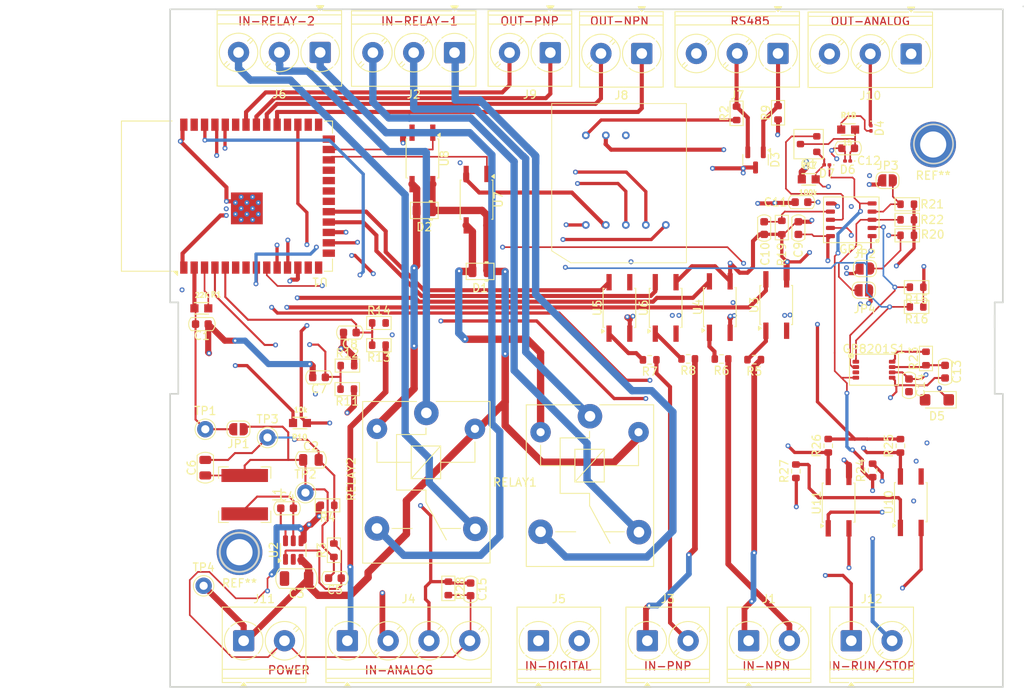
<source format=kicad_pcb>
(kicad_pcb (version 20241229) (generator "pcbnew") (generator_version "9.0")
  (layers (0 "F.Cu" signal) (4 "In1.Cu" signal) (6 "In2.Cu" signal) (2 "B.Cu" signal) (13 "F.Paste" user) (15 "B.Paste" user) (5 "F.SilkS" user "F.Silkscreen") (7 "B.SilkS" user "B.Silkscreen") (1 "F.Mask" user) (3 "B.Mask" user) (25 "Edge.Cuts" user))
  (net 0 "")
  (net 1 "GND")
  (net 2 "+3.3V")
  (net 3 "/BOARD/ANAG_0-32-IN")
  (net 4 "/BOARD/ANAG_0-10-IN")
  (net 5 "/BOARD/IN_mA-ANAG")
  (net 6 "/BOARD/RELAY1_COS")
  (net 7 "/BOARD/RELAY1_NC")
  (net 8 "/BOARD/RELAY1_NO")
  (net 9 "/BOARD/RELAY2_COS")
  (net 10 "/BOARD/RELA2_NO")
  (net 11 "/BOARD/RELAY2_NC")
  (net 12 "/BOARD/RS-485B")
  (net 13 "/BOARD/RS-485A")
  (net 14 "/BOARD/OUT_4-20mA-ANAG")
  (net 15 "/BOARD/IN_NPN2")
  (net 16 "/BOARD/IN_NPN1")
  (net 17 "/BOARD/IN-PNP2")
  (net 18 "/BOARD/IN-PNP1")
  (net 19 "/BOARD/IN_DIGITAL_1")
  (net 20 "VCC")
  (net 21 "Net-(U2-BST)")
  (net 22 "Net-(U2-SW)")
  (net 23 "Net-(R8-Pad2)")
  (net 24 "Net-(R7-Pad2)")
  (net 25 "Net-(U9-B)")
  (net 32 "Net-(R6-Pad2)")
  (net 33 "Net-(R5-Pad2)")
  (net 37 "Net-(U1-EN)")
  (net 39 "/BOARD/OUTPUT_NPN1")
  (net 41 "/BOARD/INPUT_NPN/OUTPUT_NPN1")
  (net 42 "/BOARD/INPUT_PNP/OUTPUT-PNP2")
  (net 44 "/BOARD/INPUT_NPN/OUTPUT_NPN2")
  (net 46 "/BOARD/OUTPUT-PNP1")
  (net 47 "/BOARD/OUTPUT_NPN2")
  (net 49 "Net-(U2-FB)")
  (net 50 "/BOARD/INPUT_PNP/OUTPUT-PNP1")
  (net 51 "Net-(JP1-A)")
  (net 52 "/BOARD/RS485-DRIVER/UART-IN")
  (net 53 "/BOARD/RS485-DRIVER/UART-OUT")
  (net 54 "/BOARD/OUTPUT-PNP2")
  (net 55 "Net-(D2-A)")
  (net 56 "Net-(D1-A)")
  (net 57 "/BOARD/RELAY-SETUP/ACT_RELAY2")
  (net 58 "/BOARD/RELAY-SETUP/ACT_RELAY1")
  (net 59 "Net-(U9-A)")
  (net 60 "/BOARD/RS485-DRIVER/~{TX}{slash}RX")
  (net 62 "/BOARD/~{RUN}{slash}STOP")
  (net 63 "/BOARD/VOLTAGE entrada/ANAG_0-10-OUT")
  (net 64 "/BOARD/VOLTAGE entrada/ANAG_0-32-OUT")
  (net 65 "Net-(GP2-V5V)")
  (net 66 "Net-(GP2-SET)")
  (net 67 "Net-(D4-A)")
  (net 68 "/BOARD/salida mA/SDA_OUT")
  (net 69 "Net-(GP2-A0)")
  (net 70 "i_out")
  (net 71 "Net-(GP2-A1)")
  (net 72 "Net-(GP2-A2)")
  (net 73 "/BOARD/salida mA/SCLK_OUT")
  (net 75 "/ANAG_V-OUT")
  (net 76 "Net-(D7-A2)")
  (net 77 "Net-(D6-A1)")
  (net 78 "Net-(GP8201S1-SEL)")
  (net 79 "/BOARD/ANAG_VOL-OUT")
  (net 80 "Net-(GP8201S1-V5V)")
  (net 82 "/BOARD/IN_DIGITAL_0")
  (net 83 "Net-(R24-Pad2)")
  (net 84 "/BOARD/DIG_IN/OUT_DIGITAL_0")
  (net 85 "/BOARD/DIG_IN/OUT_DIGITAL_1")
  (net 86 "Net-(R27-Pad2)")
  (footprint "PCM_Capacitor_SMD_AKL:C_0603_1608Metric" (layer "F.Cu") (at 157.844798 135.126939 -90)
    (property "Reference" "C15")
    (property "Value" "100nF" (hide yes))
  )
  (footprint "PCM_Resistor_SMD_AKL:R_0603_1608Metric" (layer "F.Cu") (at 211.335 89.858 180)
    (property "Reference" "R22")
    (property "Value" "10k" (hide yes))
  )
  (footprint "PCM_4ms_Resistor:R_0603" (layer "F.Cu") (at 199.27 84.905 180)
    (property "Reference" "R17")
    (property "Value" "100k")
  )
  (footprint "Package_SO:SO-4_4.4x3.6mm_P2.54mm" (layer "F.Cu") (at 158.5792 87.3946 -90)
    (property "Reference" "U7")
    (property "Value" "LTV-357TB")
  )
  (footprint "Diode_SMD:D_SMF" (layer "F.Cu") (at 214.9689 111.9072 180)
    (property "Reference" "D5")
    (property "Value" "SMF24A")
  )
  (footprint "PCM_Resistor_SMD_AKL:R_0603_1608Metric" (layer "F.Cu") (at 155.1248 135.007 -90)
    (property "Reference" "R28")
    (property "Value" "120" (hide yes))
  )
  (footprint "PCM_Resistor_SMD_AKL:R_0603_1608Metric" (layer "F.Cu") (at 195.968 90.811 -90)
    (property "Reference" "R19")
    (property "Value" "2.5k" (hide yes))
  )
  (footprint "Connector_Pin:Pin_D1.0mm_L10.0mm" (layer "F.Cu") (at 132.976 116.528 180)
    (property "Reference" "TP3")
    (property "Value" "TestPoint")
  )
  (footprint "Inductor_SMD:L_Bourns-SRN6028" (layer "F.Cu") (at 130.182 123.5262 90)
    (property "Reference" "L1")
    (property "Value" "6.8uH")
  )
  (footprint "PCM_Capacitor_SMD_AKL:C_0603_1608Metric" (layer "F.Cu") (at 124.9366 102.6342 180)
    (property "Reference" "C1")
    (property "Value" "1uF" (hide yes))
  )
  (footprint "Resistor_SMD:R_0603_1608Metric" (layer "F.Cu") (at 207.0932 120.5534 90)
    (property "Reference" "R24")
    (property "Value" "910")
  )
  (footprint "PCM_Resistor_SMD_AKL:R_0603_1608Metric" (layer "F.Cu") (at 212.478 100.526 180)
    (property "Reference" "R16")
    (property "Value" "4.7k" (hide yes))
  )
  (footprint "TerminalBlock_Phoenix:TerminalBlock_Phoenix_PT-1,5-2-5.0-H_1x02_P5.00mm_Horizontal" (layer "F.Cu") (at 179.498 141.4225)
    (property "Reference" "J3")
    (property "Value" "IN-PNP")
  )
  (footprint "PCM_Capacitor_SMD_AKL:C_0603_1608Metric" (layer "F.Cu") (at 193.809 90.874 -90)
    (property "Reference" "C10")
    (property "Value" "220pF" (hide yes))
  )
  (footprint "MountingHole:MountingHole_3.2mm_M3_DIN965_Pad" (layer "F.Cu") (at 129.547 130.5742 180)
    (property "Reference" "REF**")
    (property "Value" "MountingHole_3.2mm_M3_DIN965_Pad")
  )
  (footprint "Jumper:SolderJumper-2_P1.3mm_Open_RoundedPad1.0x1.5mm" (layer "F.Cu") (at 208.922 85.032)
    (property "Reference" "JP3")
    (property "Value" "SolderJumper_2_Open")
  )
  (footprint "PCM_4ms_Resistor:R_0603" (layer "F.Cu") (at 204.096 78.809 180)
    (property "Reference" "R18")
    (property "Value" "15")
  )
  (footprint "TerminalBlock_Phoenix:TerminalBlock_Phoenix_PT-1,5-3-5.0-H_1x03_P5.00mm_Horizontal" (layer "F.Cu") (at 139.4276 69.3602 180)
    (property "Reference" "J6")
    (property "Value" "IN-RELAY-2")
  )
  (footprint "PCM_Resistor_SMD_AKL:R_0603_1608Metric" (layer "F.Cu") (at 142.765 107.72)
    (property "Reference" "R12")
    (property "Value" "16k" (hide yes))
  )
  (footprint "PCM_Resistor_SMD_AKL:R_0603_1608Metric" (layer "F.Cu") (at 213.6264 106.8472 90)
    (property "Reference" "R23")
    (property "Value" "10k" (hide yes))
  )
  (footprint "TerminalBlock_Phoenix:TerminalBlock_Phoenix_PT-1,5-2-5.0-H_1x02_P5.00mm_Horizontal" (layer "F.Cu") (at 178.8192 69.4872 180)
    (property "Reference" "J8")
    (property "Value" "OUT-NPN")
  )
  (footprint "Diode_SMD:D_0201_0603Metric" (layer "F.Cu") (at 206.89 78.646 -90)
    (property "Reference" "D4")
    (property "Value" "1N4007")
  )
  (footprint "RF_Module:ESP32-S3-WROOM-1" (layer "F.Cu") (at 127.9848 86.9624 90)
    (property "Reference" "U1")
    (property "Value" "ESP32-S3-WROOM-1")
  )
  (footprint "Package_SO:SO-4_4.4x3.6mm_P2.54mm" (layer "F.Cu") (at 151.9498 82.34 -90)
    (property "Reference" "U8")
    (property "Value" "LTV-357TB")
  )
  (footprint "Resistor_SMD:R_0603_1608Metric" (layer "F.Cu") (at 197.6952 120.655 90)
    (property "Reference" "R27")
    (property "Value" "910")
  )
  (footprint "Resistor_SMD:R_0603_1608Metric" (layer "F.Cu") (at 201.6576 117.5318 90)
    (property "Reference" "R26")
    (property "Value" "412")
  )
  (footprint "Connector_Pin:Pin_D1.0mm_L10.0mm" (layer "F.Cu") (at 125.1528 134.689 180)
    (property "Reference" "TP4")
    (property "Value" "TestPoint")
  )
  (footprint "PCM_Resistor_SMD_AKL:R_0603_1608Metric" (layer "F.Cu") (at 212.478 98.113 180)
    (property "Reference" "R15")
    (property "Value" "4.7k" (hide yes))
  )
  (footprint "PCM_Capacitor_SMD_AKL:C_0603_1608Metric" (layer "F.Cu") (at 215.9664 108.4622 -90)
    (property "Reference" "C13")
    (property "Value" "1uF" (hide yes))
  )
  (footprint "PCM_Capacitor_SMD_AKL:C_0805_2012Metric" (layer "F.Cu") (at 138.2948 119.2712)
    (property "Reference" "C2")
    (property "Value" "22uF" (hide yes))
  )
  (footprint "Connector_Pin:Pin_D1.0mm_L10.0mm" (layer "F.Cu") (at 125.356 115.512 180)
    (property "Reference" "TP1")
    (property "Value" "TestPoint")
  )
  (footprint "Package_SO:SO-4_4.4x3.6mm_P2.54mm" (layer "F.Cu") (at 202.9276 124.5032 90)
    (property "Reference" "U11")
    (property "Value" "LTV-357TB")
  )
  (footprint "PCM_Diode_SMD_AKL:D_0805_2012Metric" (layer "F.Cu") (at 159.011 96.1826 180)
    (property "Reference" "D1")
    (property "Value" "CD4148WS" (hide yes))
  )
  (footprint "PCM_Resistor_SMD_AKL:R_0603_1608Metric" (layer "F.Cu") (at 195.5108 76.7516 90)
    (property "Reference" "R9")
    (property "Value" "120" (hide yes))
  )
  (footprint "Jumper:SolderJumper-2_P1.3mm_Open_RoundedPad1.0x1.5mm" (layer "F.Cu") (at 206.143 95.827)
    (property "Reference" "JP2")
    (property "Value" "SolderJumper_2_Open")
  )
  (footprint "PCM_Resistor_SMD_AKL:R_0603_1608Metric" (layer "F.Cu") (at 140.3288 124.8338 180)
    (property "Reference" "R4")
    (property "Value" "22k" (hide yes))
  )
  (footprint "PCM_Package_SO_AKL:OnSemi_Micro8" (layer "F.Cu") (at 207.2614 108.2222)
    (property "Reference" "GP8201S1")
    (property "Value" "~" (hide yes))
  )
  (footprint "PCM_Capacitor_SMD_AKL:C_0805_2012Metric" (layer "F.Cu") (at 125.356 120.2212 90)
    (property "Reference" "C6")
    (property "Value" "22uF" (hide yes))
  )
  (footprint "PCM_Diode_SMD_AKL:D_0805_2012Metric" (layer "F.Cu") (at 152.1784 88.715 180)
    (property "Reference" "D2")
    (property "Value" "CD4148WS" (hide yes))
  )
  (footprint "TerminalBlock_Phoenix:TerminalBlock_Phoenix_PT-1,5-3-5.0-H_1x03_P5.00mm_Horizontal" (layer "F.Cu") (at 195.507 69.4872 180)
    (property "Reference" "J7")
    (property "Value" "RS485")
  )
  (footprint "PCM_Capacitor_SMD_AKL:C_0603_1608Metric" (layer "F.Cu") (at 204.096 81.095 180)
    (property "Reference" "C12")
    (property "Value" "0.1uF" (hide yes))
  )
  (footprint "Resistor_SMD:R_0603_1608Metric" (layer "F.Cu") (at 192.59 106.99 180)
    (property "Reference" "R5")
    (property "Value" "910")
  )
  (footprint "PCM_4ms_Resistor:R_0603" (layer "F.Cu") (at 124.8734 100.7038)
    (property "Reference" "R1")
    (property "Value" "22K")
  )
  (footprint "Jumper:SolderJumper-2_P1.3mm_Open_RoundedPad1.0x1.5mm" (layer "F.Cu") (at 129.42 115.512 180)
    (property "Reference" "JP1")
    (property "Value" "SolderJumper_2_Open")
  )
  (footprint "TerminalBlock_Phoenix:TerminalBlock_Phoenix_PT-1,5-3-5.0-H_1x03_P5.00mm_Horizontal" (layer "F.Cu") (at 211.81 69.5355 180)
    (property "Reference" "J10")
    (property "Value" "OUT-ANALOG")
  )
  (footprint "Resistor_SMD:R_0603_1608Metric" (layer "F.Cu") (at 179.7882 107.0152 180)
    (property "Reference" "R7")
    (property "Value" "910")
  )
  (footprint "PCM_4ms_Resistor:R_0603" (layer "F.Cu") (at 136.952 114.75)
    (property "Reference" "R10")
    (property "Value" "10k")
  )
  (footprint "TerminalBlock_Phoenix:TerminalBlock_Phoenix_PT-1,5-2-5.0-H_1x02_P5.00mm_Horizontal" (layer "F.Cu") (at 191.904 141.42)
    (property "Reference" "J1")
    (property "Value" "IN-NPN")
  )
  (footprint "PCM_Resistor_SMD_AKL:R_0603_1608Metric" (layer "F.Cu") (at 211.335 91.763 180)
    (property "Reference" "R20")
    (property "Value" "10k" (hide yes))
  )
  (footprint "Relay_THT:Relay_SPDT_SANYOU_SRD_Series_Form_C" (layer "F.Cu") (at 172.473 113.9208 -90)
    (property "Reference" "RELAY1")
    (property "Value" "SANYOU_SRD_Form_C")
  )
  (footprint "PCM_Capacitor_SMD_AKL:C_0603_1608Metric" (layer "F.Cu") (at 141.231 133.7492 180)
    (property "Reference" "C5")
    (property "Value" "100PF" (hide yes))
  )
  (footprint "Package_SO:SO-4_4.4x3.6mm_P2.54mm" (layer "F.Cu") (at 211.7668 124.4524 90)
    (property "Reference" "U10")
    (property "Value" "LTV-357TB")
  )
  (footprint "PCM_Resistor_SMD_AKL:R_0603_1608Metric" (layer "F.Cu") (at 142.745 110.6 180)
    (property "Reference" "R11")
    (property "Value" "51k" (hide yes))
  )
  (footprint "TerminalBlock_Phoenix:TerminalBlock_Phoenix_PT-1,5-4-5.0-H_1x04_P5.00mm_Horizontal" (layer "F.Cu") (at 142.755 141.42)
    (property "Reference" "J4")
    (property "Value" "IN-ANALOG")
  )
  (footprint "PCM_Capacitor_SMD_AKL:C_1206_3216Metric" (layer "F.Cu") (at 136.532 133.8 180)
    (property "Reference" "C3")
    (property "Value" "10uF" (hide yes))
  )
  (footprint "PCM_Resistor_SMD_AKL:R_0603_1608Metric" (layer "F.Cu") (at 146.62 105.215 180)
    (property "Reference" "R13")
    (property "Value" "51k" (hide yes))
  )
  (footprint "Resistor_SMD:R_0603_1608Metric" (layer "F.Cu") (at 210.4968 117.544 90)
    (property "Reference" "R25")
    (property "Value" "412")
  )
  (footprint "Resistor_SMD:R_0603_1608Metric" (layer "F.Cu") (at 188.585 106.91 180)
    (property "Reference" "R6")
    (property "Value" "910")
  )
  (footprint "Resistor_SMD:R_0603_1608Metric" (layer "F.Cu") (at 184.508 106.9014 180)
    (property "Reference" "R8")
    (property "Value" "910")
  )
  (footprint "TerminalBlock_Phoenix:TerminalBlock_Phoenix_PT-1,5-2-5.0-H_1x02_P5.00mm_Horizontal" (layer "F.Cu") (at 130.055 141.42)
    (property "Reference" "J11")
    (property "Value" "POWER")
  )
  (footprint "PCM_Resistor_SMD_AKL:R_0603_1608Metric" (layer "F.Cu") (at 190.4308 76.8146 90)
    (property "Reference" "R2")
    (property "Value" "120" (hide yes))
  )
  (footprint "PCM_Package_TO_SOT_SMD_AKL:SOT-23" (layer "F.Cu") (at 199.254 80.587 180)
    (property "Reference" "Q1")
    (property "Value" "AO3401A" (hide yes))
  )
  (footprint "Jumper:SolderJumper-2_P1.3mm_Open_RoundedPad1.0x1.5mm" (layer "F.Cu") (at 206.016 98.494 180)
    (property "Reference" "JP4")
    (property "Value" "SolderJumper_2_Open")
  )
  (footprint "Package_TO_SOT_SMD:SOT-23" (layer "F.Cu") (at 192.7524 82.5151 -90)
    (property "Reference" "D3")
    (property "Value" "SM712_SOT23")
  )
  (footprint "TerminalBlock_Phoenix:TerminalBlock_Phoenix_PT-1,5-2-5.0-H_1x02_P5.00mm_Horizontal" (layer "F.Cu") (at 166.163 141.4225)
    (property "Reference" "J5")
    (property "Value" "IN-DIGITAL")
  )
  (footprint "Relay_THT:Relay_SPDT_SANYOU_SRD_Series_Form_C" (layer "F.Cu") (at 152.4324 113.5144 -90)
    (property "Reference" "RELAY2")
    (property "Value" "SANYOU_SRD_Form_C")
  )
  (footprint "PCM_Resistor_SMD_AKL:R_0603_1608Metric" (layer "F.Cu") (at 211.335 87.953 180)
    (property "Reference" "R21")
    (property "Value" "10k" (hide yes))
  )
  (footprint "Package_TO_SOT_SMD:TSOT-23-6" (layer "F.Cu") (at 136.1311 130.31 90)
    (property "Reference" "U2")
    (property "Value" "AP63200WU")
  )
  (footprint "PCM_Capacitor_SMD_AKL:C_0603_1608Metric" (layer "F.Cu") (at 198 90.874 90)
    (property "Reference" "C9")
    (property "Value" "1uF" (hide yes))
  )
  (footprint "TerminalBlock_Phoenix:TerminalBlock_Phoenix_PT-1,5-2-5.0-H_1x02_P5.00mm_Horizontal" (layer "F.Cu") (at 167.6178 69.3856 180)
    (property "Reference" "J9")
    (property "Value" "OUT-PNP")
  )
  (footprint "PCM_Capacitor_SMD_AKL:C_0603_1608Metric" (layer "F.Cu") (at 139.285 109.16 180)
    (property "Reference" "C7")
    (property "Value" "100nF" (hide yes))
  )
  (footprint "TerminalBlock_Phoenix:TerminalBlock_Phoenix_PT-1,5-2-5.0-H_1x02_P5.00mm_Horizontal" (layer "F.Cu") (at 204.477 141.42)
    (property "Reference" "J12")
    (property "Value" "IN-RUN/STOP")
  )
  (footprint "Package_SO:SO-4_4.4x3.6mm_P2.54mm" (layer "F.Cu") (at 181.744 100.6526 90)
    (property "Reference" "U6")
    (property "Value" "LTV-357TB")
  )
  (footprint "Diode_SMD:D_0201_0603Metric" (layer "F.Cu") (at 204.0325 82.66 180)
    (property "Reference" "D6")
    (property "Value" "SMF24A")
  )
  (footprint "PCM_Resistor_SMD_AKL:R_0603_1608Metric" (layer "F.Cu") (at 146.62 102.495)
    (property "Reference" "R14")
    (property "Value" "16k" (hide yes))
  )
  (footprint "PCM_Capacitor_SMD_AKL:C_0603_1608Metric" (layer "F.Cu") (at 135.376 125.1894)
    (property "Reference" "C4")
    (property "Value" "100nF" (hide yes))
  )
  (footprint "Diode_SMD:D_0201_0603Metric" (layer "F.Cu") (at 201.48 83.13 180)
    (property "Reference" "D7")
    (property "Value" "SMF24A")
  )
  (footprint "TerminalBlock_Phoenix:TerminalBlock_Phoenix_PT-1,5-3-5.0-H_1x03_P5.00mm_Horizontal" (layer "F.Cu") (at 155.883 69.3856 180)
    (property "Reference" "J2")
    (property "Value" "IN-RELAY-1")
  )
  (footprint "PCM_Capacitor_SMD_AKL:C_0603_1608Metric" (layer "F.Cu") (at 211.5464 110.1322 -90)
    (property "Reference" "C14")
    (property "Value" "100nF" (hide yes))
  )
  (footprint "PCM_Resistor_SMD_AKL:R_0603_1608Metric" (layer "F.Cu") (at 141.104 130.3324 90)
    (property "Reference" "R3")
    (property "Value" "22k" (hide yes))
  )
  (footprint "Package_SO:SO-4_4.4x3.6mm_P2.54mm" (layer "F.Cu") (at 188.3734 100.5514 90)
    (property "Reference" "U4")
    (property "Value" "LTV-357TB")
  )
  (footprint "PCM_Capacitor_SMD_AKL:C_0603_1608Metric" (layer "F.Cu") (at 143.06 103.67 180)
    (property "Reference" "C8")
    (property "Value" "100nF" (hide yes))
  )
  (footprint "PCM_Package_SO_AKL:SSOP-10_3.9x4.9mm_P1.00mm" (layer "F.Cu") (at 204.477 89.858 180)
    (property "Reference" "GP2")
    (property "Value" "~" (hide yes))
  )
  (footprint "MountingHole:MountingHole_3.2mm_M3_DIN965_Pad" (layer "F.Cu") (at 214.51 80.6378 180)
    (property "Reference" "REF**")
    (property "Value" "MountingHole_3.2mm_M3_DIN965_Pad" (hide yes))
  )
  (footprint "Connector_Pin:Pin_D1.0mm_L10.0mm" (layer "F.Cu") (at 137.6242 123.2844 180)
    (property "Reference" "TP2")
    (property "Value" "TestPoint")
  )
  (footprint "RSM3485ECHT:RSM3485ECHT" (layer "F.Cu") (at 184.285 85.373 90)
    (property "Reference" "U9" (hide yes))
    (property "Value" "~")
  )
  (footprint "Package_SO:SO-4_4.4x3.6mm_P2.54mm" (layer "F.Cu") (at 176.0798 100.653 90)
    (property "Reference" "U5")
    (property "Value" "LTV-357TB")
  )
  (footprint "Package_SO:SO-4_4.4x3.6mm_P2.54mm" (layer "F.Cu") (at 195.2885 100.2974 90)
    (property "Reference" "U3")
    (property "Value" "LTV-357TB")
  )
  (footprint "PCM_Capacitor_SMD_AKL:C_0603_1608Metric" (layer "F.Cu") (at 198.381 87.699 180)
    (property "Reference" "C11")
    (property "Value" "1uF" (hide yes))
  )
  (gr_line (start 222.047 101.5242) (end 222.047 108.0742) (stroke (width 0.2)) (layer "Edge.Cuts"))
  (gr_line (start 225.546994 63.724217) (end 225.547 63.724217) (stroke (width 0.2)) (layer "Edge.Cuts"))
  (gr_circle (center 129.547 130.5742) (end 129.547 129.1742) (stroke (width 0.2)) (fill no) (layer "Edge.Cuts"))
  (gr_line (start 222.047 99.9742) (end 222.047 103.0742) (stroke (width 0.2)) (layer "Edge.Cuts"))
  (gr_line (start 122.047 99.9742) (end 122.047 103.0742) (stroke (width 0.2)) (layer "Edge.Cuts"))
  (gr_line (start 122.047 108.0742) (end 122.047 111.1742) (stroke (width 0.2)) (layer "Edge.Cuts"))
  (gr_line (start 122.047 103.0742) (end 122.047 108.0742) (stroke (width 0.2)) (layer "Edge.Cuts"))
  (gr_line (start 121.047 64.0742) (end 121.047 99.9742) (stroke (width 0.2)) (layer "Edge.Cuts"))
  (gr_line (start 223.047 147.0742) (end 223.047 111.1742) (stroke (width 0.2)) (layer "Edge.Cuts"))
  (gr_circle (center 214.547001 80.5742) (end 214.547001 79.1742) (stroke (width 0.2)) (fill no) (layer "Edge.Cuts"))
  (gr_line (start 222.047 111.1742) (end 223.047 111.1742) (stroke (width 0.2)) (layer "Edge.Cuts"))
  (gr_line (start 122.047 111.1742) (end 121.047 111.1742) (stroke (width 0.2)) (layer "Edge.Cuts"))
  (gr_line (start 223.047 99.9742) (end 223.047 64.0742) (stroke (width 0.2)) (layer "Edge.Cuts"))
  (gr_line (start 121.047 99.9742) (end 122.047 99.9742) (stroke (width 0.2)) (layer "Edge.Cuts"))
  (gr_line (start 121.047 147.0742) (end 223.047 147.0742) (stroke (width 0.2)) (layer "Edge.Cuts"))
  (gr_line (start 222.047 108.0742) (end 222.047 111.1742) (stroke (width 0.2)) (layer "Edge.Cuts"))
  (gr_circle (center 129.5 130.6) (end 129.5 128.2) (stroke (width 0.2)) (fill no) (layer "Edge.Cuts"))
  (gr_circle (center 129.547 130.5742) (end 129.547 128.1742) (stroke (width 0.2)) (fill no) (layer "Edge.Cuts"))
  (gr_line (start 121.047 111.1742) (end 121.047 147.0742) (stroke (width 0.2)) (layer "Edge.Cuts"))
  (gr_line (start 223.047 64.0742) (end 121.047 64.0742) (stroke (width 0.2)) (layer "Edge.Cuts"))
  (gr_circle (center 214.547001 80.5742) (end 214.547001 78.1742) (stroke (width 0.2)) (fill no) (layer "Edge.Cuts"))
  (gr_circle (center 129.5 130.6) (end 129.5 129.2) (stroke (width 0.2)) (fill no) (layer "Edge.Cuts"))
  (gr_line (start 223.047 99.9742) (end 222.047 99.9742) (stroke (width 0.2)) (layer "Edge.Cuts"))
  (segment (start 177.1178 101.818) (end 177.045 101.818) (width 0.75) (layer "F.Cu") (net 1))
  (segment (start 177.3498 103.803) (end 177.3498 102.05) (width 0.5) (layer "F.Cu") (net 1))
  (segment (start 210 110.9288) (end 209.2776 111.6512) (width 0.25) (layer "F.Cu") (net 1))
  (segment (start 192.7524 83.4526) (end 191.3498 83.4526) (width 0.5) (layer "F.Cu") (net 1))
  (segment (start 125.857378 132.988) (end 129.089925 136.220547) (width 0.2) (layer "F.Cu") (net 1))
  (segment (start 209.8364 110.1272) (end 209.8364 109.5472) (width 0.25) (layer "F.Cu") (net 1))
  (segment (start 129.0136 104.6662) (end 127.7436 104.6662) (width 0.75) (layer "F.Cu") (net 1))
  (segment (start 132.976 135.324) (end 132.976 133.8) (width 0.2) (layer "F.Cu") (net 1))
  (segment (start 206.61 100.09) (end 206.847 99.853) (width 0.5) (layer "F.Cu") (net 1))
  (segment (start 137.2321 127.8449) (end 137.2321 127.704) (width 0.75) (layer "F.Cu") (net 1))
  (segment (start 139.1786 124.5086) (end 139.5038 124.8338) (width 0.2) (layer "F.Cu") (net 1))
  (segment (start 202.438 87.858) (end 201.927 87.858) (width 0.4) (layer "F.Cu") (net 1))
  (segment (start 202.08 81.77) (end 202.7 82.39) (width 0.2) (layer "F.Cu") (net 1))
  (segment (start 123.4518 133.984422) (end 124.448222 132.988) (width 0.2) (layer "F.Cu") (net 1))
  (segment (start 198.42 84.905) (end 198.42 83.98) (width 0.75) (layer "F.Cu") (net 1))
  (segment (start 202.8 88.22) (end 202.438 87.858) (width 0.4) (layer "F.Cu") (net 1))
  (segment (start 138.51 109.16) (end 138.51 107.754) (width 0.75) (layer "F.Cu") (net 1))
  (segment (start 127.9468 87.5974) (end 127.9468 85.8868) (width 0.5) (layer "F.Cu") (net 1))
  (segment (start 157.3092 84.9246) (end 157.3092 84.2446) (width 0.75) (layer "F.Cu") (net 1))
  (segment (start 191.2436 83.5588) (end 187.4844 83.5588) (width 0.5) (layer "F.Cu") (net 1))
  (segment (start 127.9468 85.8868) (end 122.3 80.24) (width 0.5) (layer "F.Cu") (net 1))
  (segment (start 203.321 81.095) (end 202.345 81.095) (width 0.2) (layer "F.Cu") (net 1))
  (segment (start 215.9664 109.2372) (end 214.6864 109.2372) (width 0.25) (layer "F.Cu") (net 1))
  (segment (start 122.5688 93.9864) (end 122.5688 95.7124) (width 0.5) (layer "F.Cu") (net 1))
  (segment (start 210 110.2908) (end 210 110.9288) (width 0.25) (layer "F.Cu") (net 1))
  (segment (start 208.091 85.213) (end 208.091 85.032) (width 0.75) (layer "F.Cu") (net 1))
  (segment (start 197.515 87.79) (end 197.606 87.699) (width 0.5) (layer "F.Cu") (net 1))
  (segment (start 192.441 92.464918) (end 193.256918 91.649) (width 0.5) (layer "F.Cu") (net 1))
  (segment (start 142.285 103.67) (end 142.285 105.345) (width 0.75) (layer "F.Cu") (net 1))
  (segment (start 206.847 99.853) (end 206.847 98.494) (width 0.5) (layer "F.Cu") (net 1))
  (segment (start 170.254663 86.5232) (end 158.9078 86.5232) (width 0.5) (layer "F.Cu") (net 1))
  (segment (start 195.968 91.636) (end 195.968 94.3538) (width 0.4) (layer "F.Cu") (net 1))
  (segment (start 196.5585 97.1474) (end 196.5585 95.0841) (width 0.75) (layer "F.Cu") (net 1))
  (segment (start 128.8798 87.5974) (end 129.0448 87.7624) (width 0.5) (layer "F.Cu") (net 1))
  (segment (start 209.8364 110.1272) (end 210 110.2908) (width 0.25) (layer "F.Cu") (net 1))
  (segment (start 195.968 91.636) (end 196.21417 91.636) (width 0.4) (layer "F.Cu") (net 1))
  (segment (start 204.1976 121.3532) (end 204.1976 119.8808) (width 0.75) (layer "F.Cu") (net 1))
  (segment (start 127.2306 89.3246) (end 122.5688 93.9864) (width 0.5) (layer "F.Cu") (net 1))
  (segment (start 174.224463 90.493) (end 170.254663 86.5232) (width 0.5) (layer "F.Cu") (net 1))
  (segment (start 155.1248 135.832) (end 157.774859 135.832) (width 0.2) (layer "F.Cu") (net 1))
  (segment (start 157.844798 141.330202) (end 157.755 141.42) (width 0.2) (layer "F.Cu") (net 1))
  (segment (start 203.715 81.489) (end 203.321 81.095) (width 0.2) (layer "F.Cu") (net 1))
  (segment (start 138.056 127.196) (end 138.276951 127.196) (width 0.75) (layer "F.Cu") (net 1))
  (segment (start 190.81324 96.341) (end 191.76676 96.341) (width 0.5) (layer "F.Cu") (net 1))
  (segment (start 189.6434 95.17116) (end 190.81324 96.341) (width 0.5) (layer "F.Cu") (net 1))
  (segment (start 191.3498 83.4526) (end 191.2436 83.5588) (width 0.5) (layer "F.Cu") (net 1))
  (segment (start 196.21417 91.636) (end 197.75117 90.099) (width 0.2) (layer "F.Cu") (net 1))
  (segment (start 124.448222 132.988) (end 125.857378 132.988) (width 0.2) (layer "F.Cu") (net 1))
  (segment (start 193.02 87.85) (end 195.06 87.85) (width 0.5) (layer "F.Cu") (net 1))
  (segment (start 191.2436 83.5588) (end 191.2436 84.1176) (width 0.5) (layer "F.Cu") (net 1))
  (segment (start 196.6284 95.0142) (end 198.2158 95.0142) (width 0.4) (layer "F.Cu") (net 1))
  (segment (start 155.754 143.421) (end 137.056 143.421) (width 0.2) (layer "F.Cu") (net 1))
  (segment (start 196.5585 95.0841) (end 196.6284 95.0142) (width 0.75) (layer "F.Cu") (net 1))
  (segment (start 158.9078 86.5232) (end 157.3092 84.9246) (width 0.5) (layer "F.Cu") (net 1))
  (segment (start 150.6798 79.19) (end 149.6098 79.19) (width 0.75) (layer "F.Cu") (net 1))
  (segment (start 213.7964 110.1272) (end 209.8364 110.1272) (width 0.25) (layer "F.Cu") (net 1))
  (segment (start 191.76676 96.341) (end 192.441 95.66676) (width 0.5) (layer "F.Cu") (net 1))
  (segment (start 187.7924 95.5504) (end 184.9662 95.5504) (width 0.5) (layer "F.Cu") (net 1))
  (segment (start 195.968 94.3538) (end 196.6284 95.0142) (width 0.4) (layer "F.Cu") (net 1))
  (segment (start 133.054 143.421) (end 128.604156 143.421) (width 0.2) (layer "F.Cu") (net 1))
  (segment (start 198.2158 95.0142) (end 199.37 93.86) (width 0.4) (layer "F.Cu") (net 1))
  (segment (start 214.6864 109.2372) (end 213.7964 110.1272) (width 0.25) (layer "F.Cu") (net 1))
  (segment (start 157.755 141.42) (end 155.754 143.421) (width 0.2) (layer "F.Cu") (net 1))
  (segment (start 184.9662 95.5504) (end 183.014 97.5026) (width 0.5) (layer "F.Cu") (net 1))
  (segment (start 135.055 141.42) (end 133.054 143.421) (width 0.2) (layer "F.Cu") (net 1))
  (segment (start 125.7116 102.6342) (end 125.7116 106.1016) (width 0.75) (layer "F.Cu") (net 1))
  (segment (start 205.487 95.833) (end 205.487 95.827) (width 0.4) (layer "F.Cu") (net 1))
  (segment (start 174.415 90.493) (end 174.224463 90.493) (width 0.75) (layer "F.Cu") (net 1))
  (segment (start 204.88 96.44) (end 205.487 95.833) (width 0.4) (layer "F.Cu") (net 1))
  (segment (start 142.285 105.345) (end 141.99 105.64) (width 0.75) (layer "F.Cu") (net 1))
  (segment (start 137.056 143.421) (end 135.055 141.42) (width 0.2) (layer "F.Cu") (net 1))
  (segment (start 192.441 95.66676) (end 192.441 92.464918) (width 0.5) (layer "F.Cu") (net 1))
  (segment (start 202.08 81.36) (end 202.08 81.77) (width 0.2) (layer "F.Cu") (net 1))
  (segment (start 122.3 80.24) (end 122.5688 79.9712) (width 0.5) (layer "F.Cu") (net 1))
  (segment (start 198 90.099) (end 199.485 90.099) (width 0.5) (layer "F.Cu") (net 1))
  (segment (start 206.68 85.54) (end 207.764 85.54) (width 0.5) (layer "F.Cu") (net 1))
  (segment (start 203.91 96.44) (end 204.88 96.44) (width 0.4) (layer "F.Cu") (net 1))
  (segment (start 202.345 81.095) (end 202.08 81.36) (width 0.2) (layer "F.Cu") (net 1))
  (segment (start 139.241 126.231951) (end 139.241 124.8338) (width 0.75) (layer "F.Cu") (net 1))
  (segment (start 207.764 85.54) (end 208.091 85.213) (width 0.5) (layer "F.Cu") (net 1))
  (segment (start 132.699156 135.324) (end 132.976 135.324) (width 0.2) (layer "F.Cu") (net 1))
  (segment (start 193.822 91.636) (end 193.809 91.649) (width 0.75) (layer "F.Cu") (net 1))
  (segment (start 127.7436 104.6662) (end 125.7116 102.6342) (width 0.75) (layer "F.Cu") (net 1))
  (segment (start 137.4071 127.8449) (end 137.4071 129.1725) (width 0.75) (layer "F.Cu") (net 1))
  (segment (start 193.256918 91.649) (end 193.809 91.649) (width 0.5) (layer "F.Cu") (net 1))
  (segment (start 143.59 106.65) (end 142.285 105.345) (width 0.75) (layer "F.Cu") (net 1))
  (segment (start 203.715 82.746) (end 203.715 81.489) (width 0.2) (layer "F.Cu") (net 1))
  (segment (start 195.12 87.79) (end 197.515 87.79) (width 0.5) (layer "F.Cu") (net 1))
  (segment (start 128.604156 143.421) (end 123.4518 138.268644) (width 0.2) (layer "F.Cu") (net 1))
  (segment (start 143.59 107.72) (end 143.59 106.65) (width 0.75) (layer "F.Cu") (net 1))
  (segment (start 137.4071 127.8449) (end 137.2321 127.8449) (width 0.75) (layer "F.Cu") (net 1))
  (segment (start 189.6434 95.1666) (end 189.6434 95.17116) (width 0.5) (layer "F.Cu") (net 1))
  (segment (start 189.6434 97.4014) (end 187.7924 95.5504) (width 0.5) (layer "F.Cu") (net 1))
  (segment (start 149.5876 79.2122) (end 149.5876 80.1714) (width 0.75) (layer "F.Cu") (net 1))
  (segment (start 138.51 107.754) (end 138.286 107.53) (width 0.75) (layer "F.Cu") (net 1))
  (segment (start 189.6434 101.8434) (end 189.6688 101.818) (width 0.75) (layer "F.Cu") (net 1))
  (segment (start 204.1976 119.8808) (end 203.588 119.2712) (width 0.5) (layer "F.Cu") (net 1))
  (segment (start 132.976 133.8) (end 133.484 133.292) (width 0.2) (layer "F.Cu") (net 1))
  (segment (start 195.968 91.636) (end 193.822 91.636) (width 0.4) (layer "F.Cu") (net 1))
  (segment (start 122.5688 79.9712) (end 122.5688 78.2124) (width 0.5) (layer "F.Cu") (net 1))
  (segment (start 127.9468 87.5974) (end 128.8798 87.5974) (width 0.5) (layer "F.Cu") (net 1))
  (segment (start 157.844798 135.901939) (end 157.844798 141.330202) (width 0.2) (layer "F.Cu") (net 1))
  (segment (start 129.089925 136.220547) (end 131.802609 136.220547) (width 0.2) (layer "F.Cu") (net 1))
  (segment (start 209.8364 109.5472) (end 209.4864 109.1972) (width 0.25) (layer "F.Cu") (net 1))
  (segment (start 123.4518 138.268644) (end 123.4518 133.984422) (width 0.2) (layer "F.Cu") (net 1))
  (segment (start 131.802609 136.220547) (end 132.699156 135.324) (width 0.2) (layer "F.Cu") (net 1))
  (segment (start 138.276951 127.196) (end 139.241 126.231951) (width 0.75) (layer "F.Cu") (net 1))
  (segment (start 157.774859 135.832) (end 157.844798 135.901939) (width 0.2) (layer "F.Cu") (net 1))
  (segment (start 189.6434 103.7014) (end 189.6434 101.8434) (width 0.5) (layer "F.Cu") (net 1))
  (segment (start 127.9214 89.3246) (end 127.2306 89.3246) (width 0.5) (layer "F.Cu") (net 1))
  (segment (start 177.3498 102.05) (end 177.1178 101.818) (width 0.75) (layer "F.Cu") (net 1))
  (segment (start 199.485 90.099) (end 199.65 89.934) (width 0.5) (layer "F.Cu") (net 1))
  (segment (start 197.75117 90.099) (end 198 90.099) (width 0.2) (layer "F.Cu") (net 1))
  (segment (start 198.42 83.98) (end 198.93 83.47) (width 0.75) (layer "F.Cu") (net 1))
  (segment (start 125.7116 106.1016) (end 125.81 106.2) (width 0.75) (layer "F.Cu") (net 1))
  (segment (start 195.06 87.85) (end 195.12 87.79) (width 0.5) (layer "F.Cu") (net 1))
  (segment (start 138.056 127.196) (end 137.4071 127.8449) (width 0.75) (layer "F.Cu") (net 1))
  (segment (start 149.6098 79.19) (end 149.5876 79.2122) (width 0.75) (layer "F.Cu") (net 1))
  (segment (start 189.6434 97.4014) (end 189.6434 95.1666) (width 0.5) (layer "F.Cu") (net 1))
  (via (at 196.984 101.5166) (size 0.6) (drill 0.3) (layers "F.Cu" "B.Cu") (net 1))
  (via (at 182.5568 101.5674) (size 0.6) (drill 0.3) (layers "F.Cu" "B.Cu") (net 1))
  (via (at 206.68 85.54) (size 0.6) (drill 0.3) (layers "F.Cu" "B.Cu") (net 1))
  (via (at 177.5 95) (size 0.6) (drill 0.3) (layers "F.Cu" "B.Cu") (net 1))
  (via (at 189.6434 95.1666) (size 0.6) (drill 0.3) (layers "F.Cu" "B.Cu") (net 1))
  (via (at 202.7 82.39) (size 0.6) (drill 0.3) (layers "F.Cu" "B.Cu") (net 1))
  (via (at 189.6688 101.669) (size 0.6) (drill 0.3) (layers "F.Cu" "B.Cu") (net 1))
  (via (at 213.748 117.1884) (size 0.6) (drill 0.3) (layers "F.Cu" "B.Cu") (net 1))
  (via (at 138.056 127.196) (size 0.6) (drill 0.3) (layers "F.Cu" "B.Cu") (net 1))
  (via (at 196.3236 101.5674) (size 0.6) (drill 0.3) (layers "F.Cu" "B.Cu") (net 1))
  (via (at 138.84 111.2) (size 0.6) (drill 0.3) (layers "F.Cu" "B.Cu") (net 1))
  (via (at 139.326 126.18) (size 0.6) (drill 0.3) (layers "F.Cu" "B.Cu") (net 1))
  (via (at 133.484 133.292) (size 0.6) (drill 0.3) (layers "F.Cu" "B.Cu") (net 1))
  (via (at 190.1514 101.5928) (size 0.6) (drill 0.3) (layers "F.Cu" "B.Cu") (net 1))
  (via (at 122.51 98.44) (size 0.6) (drill 0.3) (layers "F.Cu" "B.Cu") (net 1))
  (via (at 206.61 100.09) (size 0.6) (drill 0.3) (layers "F.Cu" "B.Cu") (net 1))
  (via (at 191.2436 83.5588) (size 0.6) (drill 0.3) (layers "F.Cu" "B.Cu") (net 1))
  (via (at 195.12 87.79) (size 0.6) (drill 0.3) (layers "F.Cu" "B.Cu") (net 1))
  (via (at 177.7308 101.669) (size 0.6) (drill 0.3) (layers "F.Cu" "B.Cu") (net 1))
  (via (at 141.99 105.64) (size 0.6) (drill 0.3) (layers "F.Cu" "B.Cu") (net 1))
  (via (at 187.484402 83.558799) (size 0.6) (drill 0.3) (layers "F.Cu" "B.Cu") (net 1))
  (via (at 190 100) (size 0.6) (drill 0.3) (layers "F.Cu" "B.Cu") (net 1))
  (via (at 205.61 100.17) (size 0.6) (drill 0.3) (layers "F.Cu" "B.Cu") (net 1))
  (via (at 122.3 80.24) (size 0.6) (drill 0.3) (layers "F.Cu" "B.Cu") (net 1))
  (via (at 207.0932 128.9232) (size 0.6) (drill 0.3) (layers "F.Cu" "B.Cu") (net 1))
  (via (at 127.9468 87.5974) (size 0.6) (drill 0.3) (layers "F.Cu" "B.Cu") (net 1))
  (via (at 202.8 88.22) (size 0.6) (drill 0.3) (layers "F.Cu" "B.Cu") (net 1))
  (via (at 137.04 127.704) (size 0.6) (drill 0.3) (layers "F.Cu" "B.Cu") (net 1))
  (via (at 191.2436 84.1176) (size 0.6) (drill 0.3) (layers "F.Cu" "B.Cu") (net 1))
  (via (at 202.08 81.36) (size 0.6) (drill 0.3) (layers "F.Cu" "B.Cu") (net 1))
  (via (at 156.5726 82.873) (size 0.6) (drill 0.3) (layers "F.Cu" "B.Cu") (net 1))
  (via (at 206.72 84.45) (size 0.6) (drill 0.3) (layers "F.Cu" "B.Cu") (net 1))
  (via (at 198.97 82.7) (size 0.6) (drill 0.3) (layers "F.Cu" "B.Cu") (net 1))
  (via (at 177.045 101.7452) (size 0.6) (drill 0.3) (layers "F.Cu" "B.Cu") (net 1))
  (via (at 212.1224 124.3004) (size 0.6) (drill 0.3) (layers "F.Cu" "B.Cu") (net 1))
  (via (at 212.4272 119.4236) (size 0.6) (drill 0.3) (layers "F.Cu" "B.Cu") (net 1))
  (via (at 127.9214 89.3246) (size 0.6) (drill 0.3) (layers "F.Cu" "B.Cu") (net 1))
  (via (at 148.25 103.95) (size 0.6) (drill 0.3) (layers "F.Cu" "B.Cu") (net 1))
  (via (at 203.91 96.44) (size 0.6) (drill 0.3) (layers "F.Cu" "B.Cu") (net 1))
  (via (at 203.89 95.73) (size 0.6) (drill 0.3) (layers "F.Cu" "B.Cu") (net 1))
  (via (at 138.13 107.53) (size 0.6) (drill 0.3) (layers "F.Cu" "B.Cu") (net 1))
  (via (at 129.0136 104.6662) (size 0.6) (drill 0.3) (layers "F.Cu" "B.Cu") (net 1))
  (via (at 149.5876 80.46) (size 0.6) (drill 0.3) (layers "F.Cu" "B.Cu") (net 1))
  (via (at 132.976 135.324) (size 0.6) (drill 0.3) (layers "F.Cu" "B.Cu") (net 1))
  (via (at 204.48 88.23) (size 0.6) (drill 0.3) (layers "F.Cu" "B.Cu") (net 1))
  (via (at 199.37 93.86) (size 0.6) (drill 0.3) (layers "F.Cu" "B.Cu") (net 1))
  (via (at 183.3696 101.5674) (size 0.6) (drill 0.3) (layers "F.Cu" "B.Cu") (net 1))
  (via (at 193.02 87.85) (size 0.6) (drill 0.3) (layers "F.Cu" "B.Cu") (net 1))
  (via (at 199.65 89.91) (size 0.6) (drill 0.3) (layers "F.Cu" "B.Cu") (net 1))
  (via (at 203.588 119.2712) (size 0.6) (drill 0.3) (layers "F.Cu" "B.Cu") (net 1))
  (via (at 209.2776 111.6512) (size 0.6) (drill 0.3) (layers "F.Cu" "B.Cu") (net 1))
  (via (at 198.93 83.47) (size 0.6) (drill 0.3) (layers "F.Cu" "B.Cu") (net 1))
  (via (at 127.9214 88.5118) (size 0.6) (drill 0.3) (layers "F.Cu" "B.Cu") (net 1))
  (via (at 125.81 106.2) (size 0.6) (drill 0.3) (layers "F.Cu" "B.Cu") (net 1))
  (via (at 196.6284 95.0142) (size 0.6) (drill 0.3) (layers "F.Cu" "B.Cu") (net 1))
  (segment (start 134.0828 127.5232) (end 134.0828 132.6932) (width 0.75) (layer "B.Cu") (net 1))
  (segment (start 137.04 127.704) (end 136.8592 127.5232) (width 0.75) (layer "B.Cu") (net 1))
  (segment (start 138.13 107.53) (end 133.0896 107.53) (width 0.75) (layer "B.Cu") (net 1))
  (segment (start 133.0896 107.53) (end 130.2258 104.6662) (width 0.75) (layer "B.Cu") (net 1))
  (segment (start 136.8592 127.5232) (end 134.0828 127.5232) (width 0.75) (layer "B.Cu") (net 1))
  (segment (start 209.477 141.42) (end 207.0932 139.0362) (width 0.5) (layer "B.Cu") (net 1))
  (segment (start 134.0828 132.6932) (end 133.484 133.292) (width 0.75) (layer "B.Cu") (net 1))
  (segment (start 207.0932 139.0362) (end 207.0932 128.9232) (width 0.5) (layer "B.Cu") (net 1))
  (segment (start 130.2258 104.6662) (end 129.0136 104.6662) (width 0.75) (layer "B.Cu") (net 1))
  (segment (start 213.367 98.049) (end 213.303 98.113) (width 0.4) (layer "F.Cu") (net 2))
  (segment (start 130.4672 107.72) (end 136.102 113.3548) (width 0.4) (layer "F.Cu") (net 2))
  (segment (start 171.965 90.493) (end 169.5774 90.493) (width 0.4) (layer "F.Cu") (net 2))
  (segment (start 124.0234 100.7038) (end 124.0234 95.741) (width 0.5) (layer "F.Cu") (net 2))
  (segment (start 206.431858 116.712432) (end 204.915368 116.712432) (width 0.4) (layer "F.Cu") (net 2))
  (segment (start 129.03 107.72) (end 130.4672 107.72) (width 0.4) (layer "F.Cu") (net 2))
  (segment (start 204.9088 116.719) (end 200.3368 112.147) (width 0.4) (layer "F.Cu") (net 2))
  (segment (start 200.3368 112.147) (end 200.3368 102.6596) (width 0.4) (layer "F.Cu") (net 2))
  (segment (start 204.9088 116.719) (end 201.6698 116.719) (width 0.4) (layer "F.Cu") (net 2))
  (segment (start 204.915368 116.712432) (end 204.9088 116.719) (width 0.4) (layer "F.Cu") (net 2))
  (segment (start 125.356 115.512) (end 124.1616 114.3176) (width 0.25) (layer "F.Cu") (net 2))
  (segment (start 124.1616 114.3176) (end 124.1616 102.6342) (width 0.25) (layer "F.Cu") (net 2))
  (segment (start 124.0234 95.741) (end 123.9948 95.7124) (width 0.2) (layer "F.Cu") (net 2))
  (segment (start 213.367 95.573) (end 213.367 98.049) (width 0.4) (layer "F.Cu") (net 2))
  (segment (start 124.1616 100.842) (end 124.0234 100.7038) (width 0.2) (layer "F.Cu") (net 2))
  (segment (start 213.303 100.526) (end 213.303 98.113) (width 0.2) (layer "F.Cu") (net 2))
  (segment (start 206.438426 116.719) (end 206.431858 116.712432) (width 0.4) (layer "F.Cu") (net 2))
  (segment (start 124.1616 102.6342) (end 124.1616 100.842) (width 0.2) (layer "F.Cu") (net 2))
  (segment (start 201.6698 116.719) (end 201.6576 116.7068) (width 0.4) (layer "F.Cu") (net 2))
  (segment (start 128.77 115.512) (end 125.356 115.512) (width 0.25) (layer "F.Cu") (net 2))
  (segment (start 169.5774 90.493) (end 169.552 90.4676) (width 0.4) (layer "F.Cu") (net 2))
  (segment (start 210.4968 116.719) (end 206.438426 116.719) (width 0.4) (layer "F.Cu") (net 2))
  (segment (start 136.102 113.3548) (end 136.102 114.75) (width 0.4) (layer "F.Cu") (net 2))
  (via (at 213.367 95.573) (size 0.6) (drill 0.3) (layers "F.Cu" "B.Cu") (net 2))
  (via (at 200.3368 102.6596) (size 0.6) (drill 0.3) (layers "F.Cu" "B.Cu") (net 2))
  (via (at 129.03 107.72) (size 0.6) (drill 0.3) (layers "F.Cu" "B.Cu") (net 2))
  (via (at 169.552 90.4676) (size 0.6) (drill 0.3) (layers "F.Cu" "B.Cu") (net 2))
  (segment (start 143.12 132.36) (end 143.1 132.38) (width 0.7) (layer "F.Cu") (net 3))
  (segment (start 147.445 110.935) (end 143.12 115.26) (width 0.7) (layer "F.Cu") (net 3))
  (segment (start 147.445 105.215) (end 147.445 110.935) (width 0.7) (layer "F.Cu") (net 3))
  (segment (start 143.12 115.26) (end 143.12 132.36) (width 0.7) (layer "F.Cu") (net 3))
  (via (at 143.1 132.38) (size 0.6) (drill 0.3) (layers "F.Cu" "B.Cu") (net 3))
  (segment (start 143.15 132.43) (end 143.15 141.025) (width 0.7) (layer "B.Cu") (net 3))
  (segment (start 143.15 141.025) (end 142.755 141.42) (width 0.7) (layer "B.Cu") (net 3))
  (segment (start 143.1 132.38) (end 143.15 132.43) (width 0.7) (layer "B.Cu") (net 3))
  (segment (start 143.57 110.6) (end 143.57 112.66) (width 0.7) (layer "F.Cu") (net 4))
  (segment (start 147.05 135.56) (end 147.05 140.715) (width 0.7) (layer "F.Cu") (net 4))
  (segment (start 147.05 140.715) (end 147.755 141.42) (width 0.7) (layer "F.Cu") (net 4))
  (segment (start 143.57 112.66) (end 142.74 113.49) (width 0.7) (layer "F.Cu") (net 4))
  (via (at 147.05 135.56) (size 0.6) (drill 0.3) (layers "F.Cu" "B.Cu") (net 4))
  (via (at 142.74 113.49) (size 0.6) (drill 0.3) (layers "F.Cu" "B.Cu") (net 4))
  (segment (start 157.844798 134.351939) (end 155.294739 134.351939) (width 0.4) (layer "F.Cu") (net 5))
  (segment (start 152.755 136.7642) (end 152.755 141.42) (width 0.4) (layer "F.Cu") (net 5))
  (segment (start 152.9648 134.182) (end 152.3308 134.816) (width 0.4) (layer "F.Cu") (net 5))
  (segment (start 152.9648 134.182) (end 152.9648 126.1028) (width 0.4) (layer "F.Cu") (net 5))
  (segment (start 155.294739 134.351939) (end 155.1248 134.182) (width 0.4) (layer "F.Cu") (net 5))
  (segment (start 152.9648 126.1028) (end 151.7212 124.8592) (width 0.4) (layer "F.Cu") (net 5))
  (segment (start 125.3052 80.1044) (end 125.3052 78.2528) (width 0.4) (layer "F.Cu") (net 5))
  (segment (start 125.3052 78.2528) (end 125.2648 78.2124) (width 0.4) (layer "F.Cu") (net 5))
  (segment (start 155.1248 134.182) (end 152.9648 134.182) (width 0.4) (layer "F.Cu") (net 5))
  (segment (start 152.3308 136.34) (end 152.755 136.7642) (width 0.4) (layer "F.Cu") (net 5))
  (segment (start 152.3308 134.816) (end 152.3308 136.34) (width 0.4) (layer "F.Cu") (net 5))
  (via (at 151.7212 124.8592) (size 0.6) (drill 0.3) (layers "F.Cu" "B.Cu") (net 5))
  (via (at 125.3052 80.1044) (size 0.6) (drill 0.3) (layers "F.Cu" "B.Cu") (net 5))
  (via (at 144.3044 96.6144) (size 0.6) (drill 0.3) (layers "F.Cu" "B.Cu") (net 5))
  (segment (start 142.7296 82.2888) (end 140.5452 80.1044) (width 0.4) (layer "B.Cu") (net 5))
  (segment (start 144.3044 96.6144) (end 144.7006 96.2182) (width 0.4) (layer "B.Cu") (net 5))
  (segment (start 144.7006 84.2598) (end 142.7296 82.2888) (width 0.4) (layer "B.Cu") (net 5))
  (segment (start 144.7006 96.2182) (end 144.7006 84.2598) (width 0.4) (layer "B.Cu") (net 5))
  (segment (start 140.5452 80.1044) (end 125.3052 80.1044) (width 0.4) (layer "B.Cu") (net 5))
  (segment (start 164.2864 82.0524) (end 164.2356 82.0524) (width 0.9) (layer "B.Cu") (net 6))
  (segment (start 156.419049 76.2944) (end 155.506951 76.2944) (width 0.9) (layer "B.Cu") (net 6))
  (segment (start 172.473 113.9208) (end 164.599 106.0468) (width 0.9) (layer "B.Cu") (net 6))
  (segment (start 158.528398 76.2944) (end 158.0712 76.2944) (width 0.9) (layer "B.Cu") (net 6))
  (segment (start 150.9592 76.2944) (end 150.883 76.2182) (width 0.9) (layer "B.Cu") (net 6))
  (segment (start 164.599 82.365) (end 164.2864 82.0524) (width 0.9) (layer "B.Cu") (net 6))
  (segment (start 155.506951 76.2944) (end 150.9592 76.2944) (width 0.9) (layer "B.Cu") (net 6))
  (segment (start 150.883 76.2182) (end 150.883 69.3856) (width 0.9) (layer "B.Cu") (net 6))
  (segment (start 158.7316 76.4976) (end 158.528398 76.2944) (width 0.9) (layer "B.Cu") (net 6))
  (segment (start 158.0712 76.2944) (end 157.616301 76.2944) (width 0.9) (layer "B.Cu") (net 6))
  (segment (start 164.2356 82.0524) (end 158.7316 76.5484) (width 0.9) (layer "B.Cu") (net 6))
  (segment (start 158.7316 76.5484) (end 158.7316 76.4976) (width 0.9) (layer "B.Cu") (net 6))
  (segment (start 157.616301 76.2944) (end 156.419049 76.2944) (width 0.9) (layer "B.Cu") (net 6))
  (segment (start 164.599 106.0468) (end 164.599 82.365) (width 0.9) (layer "B.Cu") (net 6))
  (segment (start 150.34195 77.3866) (end 147.835 77.3866) (width 0.9) (layer "B.Cu") (net 7))
  (segment (start 163.1854 82.7294) (end 157.8514 77.3954) (width 0.9) (layer "B.Cu") (net 7))
  (segment (start 145.883 75.4346) (end 145.883 69.3856) (width 0.9) (layer "B.Cu") (net 7))
  (segment (start 178.473 128.1208) (end 172.1174 121.7652) (width 0.9) (layer "B.Cu") (net 7))
  (segment (start 172.1174 117.2392) (end 163.1854 108.3072) (width 0.9) (layer "B.Cu") (net 7))
  (segment (start 147.835 77.3866) (end 145.883 75.4346) (width 0.9) (layer "B.Cu") (net 7))
  (segment (start 157.8514 77.3954) (end 150.35075 77.3954) (width 0.9) (layer "B.Cu") (net 7))
  (segment (start 150.350751 77.3954) (end 150.34195 77.3866) (width 0.9) (layer "B.Cu") (net 7))
  (segment (start 163.1854 108.3072) (end 163.1854 82.7294) (width 0.9) (layer "B.Cu") (net 7))
  (segment (start 172.1174 121.7652) (end 172.1174 117.2392) (width 0.9) (layer "B.Cu") (net 7))
  (segment (start 150.35075 77.3954) (end 150.350751 77.3954) (width 0.9) (layer "B.Cu") (net 7))
  (segment (start 165.7 81.90895) (end 165.7 81.908951) (width 0.9) (layer "B.Cu") (net 8))
  (segment (start 165.8182 82.02715) (end 158.98445 75.1934) (width 0.9) (layer "B.Cu") (net 8))
  (segment (start 169.5106 131.1584) (end 179.4326 131.1584) (width 0.9) (layer "B.Cu") (net 8))
  (segment (start 158.984448 75.1934) (end 158.07235 75.193399) (width 0.9) (layer "B.Cu") (net 8))
  (segment (start 165.7 81.9928) (end 165.7 81.90895) (width 0.9) (layer "B.Cu") (net 8))
  (segment (start 159.832598 76.041546) (end 159.69326 75.902209) (width 0.9) (layer "B.Cu") (net 8))
  (segment (start 159.69326 75.902209) (end 159.629401 75.83835) (width 0.9) (layer "B.Cu") (net 8))
  (segment (start 182.633 127.958) (end 182.633 113.4038) (width 0.9) (layer "B.Cu") (net 8))
  (segment (start 165.8182 82.111) (end 165.7 81.9928) (width 0.9) (layer "B.Cu") (net 8))
  (segment (start 164.742449 80.9514) (end 164.74245 80.9514) (width 0.9) (layer "B.Cu") (net 8))
  (segment (start 177.6292 110.7876) (end 165.8182 98.9766) (width 0.9) (layer "B.Cu") (net 8))
  (segment (start 155.963 69.4656) (end 155.883 69.3856) (width 0.9) (layer "B.Cu") (net 8))
  (segment (start 158.98445 75.193399) (end 158.984448 75.1934) (width 0.9) (layer "B.Cu") (net 8))
  (segment (start 159.832598 76.041548) (end 159.832598 76.041546) (width 0.9) (layer "B.Cu") (net 8))
  (segment (start 159.629401 75.83835) (end 159.629401 75.838351) (width 0.9) (layer "B.Cu") (net 8))
  (segment (start 158.98445 75.1934) (end 158.98445 75.193399) (width 0.9) (layer "B.Cu") (net 8))
  (segment (start 159.8326 76.04155) (end 159.832598 76.041548) (width 0.9) (layer "B.Cu") (net 8))
  (segment (start 158.98445 75.1934) (end 157.6648 75.1934) (width 0.9) (layer "B.Cu") (net 8))
  (segment (start 165.7 81.90895) (end 165.3874 81.596351) (width 0.9) (layer "B.Cu") (net 8))
  (segment (start 158.072349 75.1934) (end 155.963 75.1934) (width 0.9) (layer "B.Cu") (net 8))
  (segment (start 182.633 113.4038) (end 180.0168 110.7876) (width 0.9) (layer "B.Cu") (net 8))
  (segment (start 165.3874 81.596351) (end 164.742449 80.9514) (width 0.9) (layer "B.Cu") (net 8))
  (segment (start 159.629401 75.83835) (end 158.98445 75.1934) (width 0.9) (layer "B.Cu") (net 8))
  (segment (start 166.423 128.0708) (end 169.5106 131.1584) (width 0.9) (layer "B.Cu") (net 8))
  (segment (start 179.4326 131.1584) (end 182.633 127.958) (width 0.9) (layer "B.Cu") (net 8))
  (segment (start 180.0168 110.7876) (end 177.6292 110.7876) (width 0.9) (layer "B.Cu") (net 8))
  (segment (start 165.8182 98.9766) (end 165.8182 82.111) (width 0.9) (layer "B.Cu") (net 8))
  (segment (start 159.8326 76.04155) (end 159.8326 76.041551) (width 0.9) (layer "B.Cu") (net 8))
  (segment (start 158.07235 75.193399) (end 158.072349 75.1934) (width 0.9) (layer "B.Cu") (net 8))
  (segment (start 165.8182 82.9492) (end 165.8182 82.02715) (width 0.9) (layer "B.Cu") (net 8))
  (segment (start 155.963 75.1934) (end 155.963 69.4656) (width 0.9) (layer "B.Cu") (net 8))
  (segment (start 147.7842 81.5014) (end 137.929 71.6462) (width 0.9) (layer "B.Cu") (net 9))
  (segment (start 152.3054 81.5014) (end 147.7842 81.5014) (width 0.9) (layer "B.Cu") (net 9))
  (segment (start 137.929 71.6462) (end 134.4746 71.6462) (width 0.9) (layer "B.Cu") (net 9))
  (segment (start 134.4746 70.8588) (end 134.4276 70.8118) (width 0.9) (layer "B.Cu") (net 9))
  (segment (start 152.4324 81.6284) (end 152.3054 81.5014) (width 0.9) (layer "B.Cu") (net 9))
  (segment (start 134.4276 70.8118) (end 134.4276 69.3602) (width 0.9) (layer "B.Cu") (net 9))
  (segment (start 134.4746 71.6462) (end 134.4746 70.8588) (width 0.9) (layer "B.Cu") (net 9))
  (segment (start 152.4324 113.5144) (end 152.4324 81.6284) (width 0.9) (layer "B.Cu") (net 9))
  (segment (start 159.0618 130.9552) (end 161.424 128.593) (width 0.9) (layer "B.Cu") (net 10))
  (segment (start 160.4588 114.85238) (end 160.4588 81.9078) (width 0.9) (layer "B.Cu") (net 10))
  (segment (start 139.4276 71.1128) (end 139.4276 69.3602) (width 0.9) (layer "B.Cu") (net 10))
  (segment (start 161.424 128.593) (end 161.424 115.81758) (width 0.9) (layer "B.Cu") (net 10))
  (segment (start 160.4588 81.9078) (end 157.741 79.19) (width 0.9) (layer "B.Cu") (net 10))
  (segment (start 161.424 115.81758) (end 160.4588 114.85238) (width 0.9) (layer "B.Cu") (net 10))
  (segment (start 147.5048 79.19) (end 139.4276 71.1128) (width 0.9) (layer "B.Cu") (net 10))
  (segment (start 149.6732 130.9552) (end 159.0618 130.9552) (width 0.9) (layer "B.Cu") (net 10))
  (segment (start 157.741 79.19) (end 147.5048 79.19) (width 0.9) (layer "B.Cu") (net 10))
  (segment (start 146.3824 127.6644) (end 149.6732 130.9552) (width 0.9) (layer "B.Cu") (net 10))
  (segment (start 152.788 119.068) (end 149.8328 116.1128) (width 0.9) (layer "B.Cu") (net 11))
  (segment (start 149.8328 86.8012) (end 135.7788 72.7472) (width 0.9) (layer "B.Cu") (net 11))
  (segment (start 129.4276 71.2982) (end 129.4276 69.3602) (width 0.9) (layer "B.Cu") (net 11))
  (segment (start 149.8328 116.1128) (end 149.8328 86.8012) (width 0.9) (layer "B.Cu") (net 11))
  (segment (start 135.7788 72.7472) (end 130.8766 72.7472) (width 0.9) (layer "B.Cu") (net 11))
  (segment (start 158.4324 127.7144) (end 152.788 122.07) (width 0.9) (layer "B.Cu") (net 11))
  (segment (start 130.8766 72.7472) (end 129.4276 71.2982) (width 0.9) (layer "B.Cu") (net 11))
  (segment (start 152.788 122.07) (end 152.788 119.068) (width 0.9) (layer "B.Cu") (net 11))
  (segment (start 191.8024 77.3612) (end 190.4308 75.9896) (width 0.5) (layer "F.Cu") (net 12))
  (segment (start 191.8024 81.5776) (end 191.8024 77.3612) (width 0.5) (layer "F.Cu") (net 12))
  (segment (start 190.4308 75.9896) (end 190.4308 69.5634) (width 0.5) (layer "F.Cu") (net 12))
  (segment (start 190.4308 69.5634) (end 190.507 69.4872) (width 0.5) (layer "F.Cu") (net 12))
  (segment (start 195.5108 75.9266) (end 195.5108 69.491) (width 0.5) (layer "F.Cu") (net 13))
  (segment (start 193.7024 77.735) (end 195.5108 75.9266) (width 0.5) (layer "F.Cu") (net 13))
  (segment (start 193.7024 81.5776) (end 193.7024 77.735) (width 0.5) (layer "F.Cu") (net 13))
  (segment (start 195.5108 69.491) (end 195.507 69.4872) (width 0.5) (layer "F.Cu") (net 13))
  (segment (start 206.81 78.246) (end 206.89 78.326) (width 0.4) (layer "F.Cu") (net 14))
  (segment (start 206.81 69.5355) (end 206.81 78.246) (width 0.4) (layer "F.Cu") (net 14))
  (segment (start 196.928 141.6486) (end 196.9332 141.6434) (width 0.7) (layer "F.Cu") (net 15))
  (segment (start 189.41 132.015365) (end 189.41 106.91) (width 0.7) (layer "F.Cu") (net 15))
  (segment (start 196.904 141.42) (end 196.904 139.509365) (width 0.7) (layer "F.Cu") (net 15))
  (segment (start 196.904 139.509365) (end 189.41 132.015365) (width 0.7) (layer "F.Cu") (net 15))
  (segment (start 192.285 136.594) (end 191.396 137.483) (width 0.7) (layer "F.Cu") (net 16))
  (segment (start 192.59 130.6504) (end 192.59 107.815) (width 0.7) (layer "F.Cu") (net 16))
  (segment (start 191.396 137.483) (end 191.396 140.912) (width 0.7) (layer "F.Cu") (net 16))
  (segment (start 192.59 107.815) (end 193.415 106.99) (width 0.7) (layer "F.Cu") (net 16))
  (segment (start 191.396 140.912) (end 191.904 141.42) (width 0.7) (layer "F.Cu") (net 16))
  (via (at 192.285 136.594) (size 0.6) (drill 0.3) (layers "F.Cu" "B.Cu") (net 16))
  (via (at 192.59 130.6504) (size 0.6) (drill 0.3) (layers "F.Cu" "B.Cu") (net 16))
  (segment (start 192.5 136.379) (end 192.285 136.594) (width 0.7) (layer "B.Cu") (net 16))
  (segment (start 192.59 130.6504) (end 192.5 130.7404) (width 0.7) (layer "B.Cu") (net 16))
  (segment (start 192.5 130.7404) (end 192.5 136.379) (width 0.7) (layer "B.Cu") (net 16))
  (segment (start 182.28 110.332) (end 180.6132 108.6652) (width 0.5) (layer "F.Cu") (net 17))
  (segment (start 182.28 139.2045) (end 182.28 110.332) (width 0.5) (layer "F.Cu") (net 17))
  (segment (start 180.6132 108.6652) (end 180.6132 107.0152) (width 0.5) (layer "F.Cu") (net 17))
  (segment (start 184.498 141.4225) (end 182.28 139.2045) (width 0.5) (layer "F.Cu") (net 17))
  (segment (start 179.331 141.2555) (end 179.498 141.4225) (width 0.7) (layer "F.Cu") (net 18))
  (segment (start 184.5888 130.9044) (end 185.33 130.1632) (width 0.7) (layer "F.Cu") (net 18))
  (segment (start 185.33 106.9044) (end 185.333 106.9014) (width 0.7) (layer "F.Cu") (net 18))
  (segment (start 185.33 130.1632) (end 185.33 106.9044) (width 0.7) (layer "F.Cu") (net 18))
  (segment (start 179.712 137.102) (end 179.331 137.483) (width 0.7) (layer "F.Cu") (net 18))
  (segment (start 179.331 137.483) (end 179.331 141.2555) (width 0.7) (layer "F.Cu") (net 18))
  (via (at 184.5888 130.9044) (size 0.6) (drill 0.3) (layers "F.Cu" "B.Cu") (net 18))
  (via (at 179.712 137.102) (size 0.6) (drill 0.3) (layers "F.Cu" "B.Cu") (net 18))
  (segment (start 184.5888 133.2412) (end 180.728 137.102) (width 0.7) (layer "B.Cu") (net 18))
  (segment (start 180.728 137.102) (end 179.712 137.102) (width 0.7) (layer "B.Cu") (net 18))
  (segment (start 184.5888 130.9044) (end 184.5888 133.2412) (width 0.7) (layer "B.Cu") (net 18))
  (segment (start 204.1976 127.6532) (end 204.1976 132.4792) (width 0.4) (layer "F.Cu") (net 19))
  (via (at 204.1976 132.4792) (size 0.6) (drill 0.3) (layers "F.Cu" "B.Cu") (net 19))
  (segment (start 149.994 128.339) (end 145.295 133.038) (width 0.9) (layer "F.Cu") (net 20))
  (segment (start 149.994 124.2502) (end 149.994 128.339) (width 0.9) (layer "F.Cu") (net 20))
  (segment (start 125.1528 134.689) (end 130.055 139.5912) (width 0.75) (layer "F.Cu") (net 20))
  (segment (start 203.9436 109.8732) (end 203.2676 109.1972) (width 0.2) (layer "F.Cu") (net 20))
  (segment (start 207.0932 121.3784) (end 206.6182 121.3784) (width 0.4) (layer "F.Cu") (net 20))
  (segment (start 159.8492 89.2992) (end 159.8492 90.5446) (width 0.9) (layer "F.Cu") (net 20))
  (segment (start 139.1736 135.8574) (end 138.007 134.6908) (width 0.9) (layer "F.Cu") (net 20))
  (segment (start 138.007 133.8) (end 138.007 132.3734) (width 0.9) (layer "F.Cu") (net 20))
  (segment (start 205.8172 119.244385) (end 204.613 118.040185) (width 0.4) (layer "F.Cu") (net 20))
  (segment (start 130.055 139.5912) (end 130.055 141.42) (width 0.75) (layer "F.Cu") (net 20))
  (segment (start 197.746 121.5308) (end 197.6952 121.48) (width 0.4) (layer "F.Cu") (net 20))
  (segment (start 202.45 106.114) (end 202.45 94.33) (width 0.2) (layer "F.Cu") (net 20))
  (segment (start 204.858 84.905) (end 204.858 87.191) (width 0.2) (layer "F.Cu") (net 20))
  (segment (start 159.9485 96.1826) (end 159.8492 96.0833) (width 0.9) (layer "F.Cu") (net 20))
  (segment (start 138.007 132.3734) (end 137.1806 131.547) (width 0.9) (layer "F.Cu") (net 20))
  (segment (start 162.059 96.1826) (end 162.0844 96.208) (width 0.9) (layer "F.Cu") (net 20))
  (segment (start 207.0932 121.3784) (end 207.0932 123.0304) (width 0.4) (layer "F.Cu") (net 20))
  (segment (start 204.858 87.191) (end 205.525 87.858) (width 0.2) (layer "F.Cu") (net 20))
  (segment (start 203.2676 109.1972) (end 202.45 108.3796) (width 0.2) (layer "F.Cu") (net 20))
  (segment (start 175.429 119.5506) (end 179.0834 115.8962) (width 0.9) (layer "F.Cu") (net 20))
  (segment (start 145.295 133.673) (end 143.1106 135.8574) (width 0.9) (layer "F.Cu") (net 20))
  (segment (start 205.525 87.858) (end 205.525 88.735) (width 0.2) (layer "F.Cu") (net 20))
  (segment (start 130.055 141.42) (end 130.387 141.42) (width 0.75) (layer "F.Cu") (net 20))
  (segment (start 153.1159 88.715) (end 159.265 88.715) (width 0.9) (layer "F.Cu") (net 20))
  (segment (start 205.8172 120.5774) (end 205.8172 119.244385) (width 0.4) (layer "F.Cu") (net 20))
  (segment (start 202.45 106.22) (end 202.45 106.114) (width 0.2) (layer "F.Cu") (net 20))
  (segment (start 162.0844 112.1598) (end 149.994 124.2502) (width 0.9) (layer "F.Cu") (net 20))
  (segment (start 153.1159 85.5939) (end 153.2198 85.49) (width 0.9) (layer "F.Cu") (net 20))
  (segment (start 201.81 84.461) (end 202.032 84.683) (width 0.2) (layer "F.Cu") (net 20))
  (segment (start 202.45 94.33) (end 202.85 93.93) (width 0.2) (layer "F.Cu") (net 20))
  (segment (start 153.1159 88.715) (end 153.1159 85.5939) (width 0.9) (layer "F.Cu") (net 20))
  (segment (start 202.45 108.3796) (end 202.45 106.114) (width 0.2) (layer "F.Cu") (net 20))
  (segment (start 143.1106 135.8574) (end 139.1736 135.8574) (width 0.9) (layer "F.Cu") (net 20))
  (segment (start 159.8492 96.0833) (end 159.8492 90.5446) (width 0.9) (layer "F.Cu") (net 20))
  (segment (start 159.9485 96.1826) (end 162.059 96.1826) (width 0.9) (layer "F.Cu") (net 20))
  (segment (start 204.636 84.683) (end 204.858 84.905) (width 0.2) (layer "F.Cu") (net 20))
  (segment (start 145.295 133.038) (end 145.295 133.673) (width 0.9) (layer "F.Cu") (net 20))
  (segment (start 162.0844 106.2664) (end 162.0844 115.0548) (width 0.9) (layer "F.Cu") (net 20))
  (segment (start 205.525 87.858) (end 207.027 87.858) (width 0.2) (layer "F.Cu") (net 20))
  (segment (start 205.525 88.735) (end 205.61 88.82) (width 0.2) (layer "F.Cu") (net 20))
  (segment (start 162.0844 115.0548) (end 166.5802 119.5506) (width 0.9) (layer "F.Cu") (net 20))
  (segment (start 201.81 83.127) (end 201.81 84.461) (width 0.2) (layer "F.Cu") (net 20))
  (segment (start 203.9436 111.0924) (end 203.9436 109.8732) (width 0.2) (layer "F.Cu") (net 20))
  (segment (start 162.0844 106.2664) (end 162.0844 112.1598) (width 0.9) (layer "F.Cu") (net 20))
  (segment (start 138.007 134.6908) (end 138.007 133.8) (width 0.9) (layer "F.Cu") (net 20))
  (segment (start 159.265 88.715) (end 159.8492 89.2992) (width 0.9) (layer "F.Cu") (net 20))
  (segment (start 197.746 125.0116) (end 197.746 121.5308) (width 0.4) (layer "F.Cu") (net 20))
  (segment (start 202.032 84.683) (end 204.636 84.683) (width 0.2) (layer "F.Cu") (net 20))
  (segment (start 166.5802 119.5506) (end 175.429 119.5506) (width 0.9) (layer "F.Cu") (net 20))
  (segment (start 137.1806 131.547) (end 137.0811 131.547) (width 0.9) (layer "F.Cu") (net 20))
  (segment (start 205.0364 109.1972) (end 203.2676 109.1972) (width 0.2) (layer "F.Cu") (net 20))
  (segment (start 130.387 141.42) (end 138.007 133.8) (width 0.75) (layer "F.Cu") (net 20))
  (segment (start 206.6182 121.3784) (end 205.8172 120.5774) (width 0.4) (layer "F.Cu") (net 20))
  (via (at 162.0844 96.208) (size 0.6) (drill 0.3) (layers "F.Cu" "B.Cu") (net 20))
  (via (at 162.0844 106.2664) (size 0.6) (drill 0.3) (layers "F.Cu" "B.Cu") (net 20))
  (via (at 203.9436 111.0924) (size 0.6) (drill 0.3) (layers "F.Cu" "B.Cu") (net 20))
  (via (at 207.0932 123.0304) (size 0.6) (drill 0.3) (layers "F.Cu" "B.Cu") (net 20))
  (via (at 204.613 118.040185) (size 0.6) (drill 0.3) (layers "F.Cu" "B.Cu") (net 20))
  (via (at 205.61 88.82) (size 0.6) (drill 0.3) (layers "F.Cu" "B.Cu") (net 20))
  (via (at 202.85 93.93) (size 0.6) (drill 0.3) (layers "F.Cu" "B.Cu") (net 20))
  (via (at 197.746 125.0116) (size 0.6) (drill 0.3) (layers "F.Cu" "B.Cu") (net 20))
  (segment (start 202.85 93.93) (end 202.85 94.04) (width 0.2) (layer "B.Cu") (net 20))
  (segment (start 202.85 91.58) (end 202.85 93.93) (width 0.4) (layer "B.Cu") (net 20))
  (segment (start 204.338185 118.040185) (end 204.613 118.040185) (width 0.4) (layer "B.Cu") (net 20))
  (segment (start 203.9436 111.0924) (end 203.9436 117.6456) (width 0.4) (layer "B.Cu") (net 20))
  (segment (start 203.9436 117.6456) (end 204.338185 118.040185) (width 0.4) (layer "B.Cu") (net 20))
  (segment (start 162.0844 96.208) (end 162.0844 106.2664) (width 0.9) (layer "B.Cu") (net 20))
  (segment (start 205.61 88.82) (end 202.85 91.58) (width 0.4) (layer "B.Cu") (net 20))
  (segment (start 203.9436 111.0924) (end 203.9436 111.0416) (width 0.4) (layer "B.Cu") (net 20))
  (segment (start 135.1811 129.1725) (end 135.1811 127.7501) (width 0.25) (layer "F.Cu") (net 21))
  (segment (start 134.601 127.17) (end 134.601 125.1894) (width 0.25) (layer "F.Cu") (net 21))
  (segment (start 135.1811 127.7501) (end 134.601 127.17) (width 0.25) (layer "F.Cu") (net 21))
  (segment (start 130.182 125.4434) (end 130.182 125.8762) (width 0.2) (layer "F.Cu") (net 22))
  (segment (start 136.1311 125.2093) (end 136.151 125.1894) (width 0.25) (layer "F.Cu") (net 22))
  (segment (start 130.182 125.291) (end 130.182 125.8762) (width 0.25) (layer "F.Cu") (net 22))
  (segment (start 131.706 123.767) (end 130.182 125.291) (width 0.25) (layer "F.Cu") (net 22))
  (segment (start 136.151 125.1894) (end 136.151 124.275) (width 0.25) (layer "F.Cu") (net 22))
  (segment (start 136.1311 129.1725) (end 136.1311 125.2093) (width 0.25) (layer "F.Cu") (net 22))
  (segment (start 135.643 123.767) (end 131.706 123.767) (width 0.25) (layer "F.Cu") (net 22))
  (segment (start 136.151 124.275) (end 135.643 123.767) (width 0.25) (layer "F.Cu") (net 22))
  (segment (start 131.6562 125.8762) (end 130.182 125.8762) (width 0.2) (layer "F.Cu") (net 22))
  (segment (start 183.683 106.9014) (end 180.5842 103.8026) (width 0.5) (layer "F.Cu") (net 23))
  (segment (start 180.5842 103.8026) (end 180.474 103.8026) (width 0.5) (layer "F.Cu") (net 23))
  (segment (start 178.9632 107.0152) (end 178.1382 106.1902) (width 0.5) (layer "F.Cu") (net 24))
  (segment (start 178.1382 106.1902) (end 177.197 106.1902) (width 0.5) (layer "F.Cu") (net 24))
  (segment (start 177.197 106.1902) (end 174.8098 103.803) (width 0.5) (layer "F.Cu") (net 24))
  (segment (start 171.965 79.513) (end 173.8384 77.6396) (width 0.4) (layer "F.Cu") (net 25))
  (segment (start 173.8384 77.6396) (end 190.4308 77.6396) (width 0.4) (layer "F.Cu") (net 25))
  (segment (start 187.76 106.91) (end 187.7262 106.8762) (width 0.5) (layer "F.Cu") (net 32))
  (segment (start 187.7262 106.8762) (end 187.7262 105.9939) (width 0.5) (layer "F.Cu") (net 32))
  (segment (start 187.7262 105.9939) (end 187.1034 105.3711) (width 0.5) (layer "F.Cu") (net 32))
  (segment (start 187.1034 105.3711) (end 187.1034 103.7014) (width 0.5) (layer "F.Cu") (net 32))
  (segment (start 191.765 106.99) (end 194.0185 104.7365) (width 0.5) (layer "F.Cu") (net 33))
  (segment (start 194.0185 104.7365) (end 194.0185 103.4474) (width 0.5) (layer "F.Cu") (net 33))
  (segment (start 125.7234 100.7038) (end 125.7234 99.0392) (width 0.2) (layer "F.Cu") (net 37))
  (segment (start 125.7234 99.0392) (end 125.2648 98.5806) (width 0.2) (layer "F.Cu") (net 37))
  (segment (start 125.2648 98.5806) (end 125.2648 95.7124) (width 0.2) (layer "F.Cu") (net 37))
  (segment (start 134.1444 76.65) (end 134.1444 78.202) (width 0.5) (layer "F.Cu") (net 39))
  (segment (start 178.8192 76.1966) (end 178.3658 76.65) (width 0.5) (layer "F.Cu") (net 39))
  (segment (start 134.1444 78.202) (end 134.1548 78.2124) (width 0.5) (layer "F.Cu") (net 39))
  (segment (start 178.3658 76.65) (end 134.1444 76.65) (width 0.5) (layer "F.Cu") (net 39))
  (segment (start 178.8192 69.4872) (end 178.8192 76.1966) (width 0.5) (layer "F.Cu") (net 39))
  (segment (start 194.0185 98.5385) (end 194.0185 97.1474) (width 0.5) (layer "F.Cu") (net 41))
  (segment (start 136.6948 97.0952) (end 136.6948 95.7124) (width 0.5) (layer "F.Cu") (net 41))
  (segment (start 136.6 97.19) (end 136.6948 97.0952) (width 0.5) (layer "F.Cu") (net 41))
  (segment (start 135.352 100.592) (end 191.965 100.592) (width 0.5) (layer "F.Cu") (net 41))
  (segment (start 135.71 97.365) (end 135.885 97.19) (width 0.5) (layer "F.Cu") (net 41))
  (segment (start 135.34 100.58) (end 135.352 100.592) (width 0.5) (layer "F.Cu") (net 41))
  (segment (start 135.885 97.19) (end 136.6 97.19) (width 0.5) (layer "F.Cu") (net 41))
  (segment (start 191.965 100.592) (end 194.0185 98.5385) (width 0.5) (layer "F.Cu") (net 41))
  (via (at 135.34 100.58) (size 0.6) (drill 0.3) (layers "F.Cu" "B.Cu") (net 41))
  (via (at 135.71 97.365) (size 0.6) (drill 0.3) (layers "F.Cu" "B.Cu") (net 41))
  (segment (start 152.148 98.489) (end 147.454 93.795) (width 0.5) (layer "F.Cu") (net 42))
  (segment (start 145.0664 88.8674) (end 140.4848 88.8674) (width 0.5) (layer "F.Cu") (net 42))
  (segment (start 173.8238 98.489) (end 152.148 98.489) (width 0.5) (layer "F.Cu") (net 42))
  (segment (start 147.454 93.795) (end 147.454 91.255) (width 0.5) (layer "F.Cu") (net 42))
  (segment (start 147.454 91.255) (end 145.0664 88.8674) (width 0.5) (layer "F.Cu") (net 42))
  (segment (start 174.8098 97.503) (end 173.8238 98.489) (width 0.5) (layer "F.Cu") (net 42))
  (segment (start 151.071636 99.42) (end 136.62 99.42) (width 0.5) (layer "F.Cu") (net 44))
  (segment (start 151.542636 99.891) (end 151.071636 99.42) (width 0.5) (layer "F.Cu") (net 44))
  (segment (start 180.195364 99.891) (end 151.542636 99.891) (width 0.5) (layer "F.Cu") (net 44))
  (segment (start 185.0848 99.42) (end 180.666364 99.42) (width 0.5) (layer "F.Cu") (net 44))
  (segment (start 140.5122 91.38) (end 140.4848 91.4074) (width 0.5) (layer "F.Cu") (net 44))
  (segment (start 187.1034 97.4014) (end 185.0848 99.42) (width 0.5) (layer "F.Cu") (net 44))
  (segment (start 180.666364 99.42) (end 180.195364 99.891) (width 0.5) (layer "F.Cu") (net 44))
  (segment (start 142.58 91.38) (end 140.5122 91.38) (width 0.5) (layer "F.Cu") (net 44))
  (via (at 142.58 91.38) (size 0.6) (drill 0.3) (layers "F.Cu" "B.Cu") (net 44))
  (via (at 136.62 99.42) (size 0.6) (drill 0.3) (layers "F.Cu" "B.Cu") (net 44))
  (segment (start 133.853272 74.9584) (end 131.6148 77.196872) (width 0.5) (layer "F.Cu") (net 46))
  (segment (start 131.6148 77.196872) (end 131.6148 78.2124) (width 0.5) (layer "F.Cu") (net 46))
  (segment (start 167.6178 74.4186) (end 167.078 74.9584) (width 0.5) (layer "F.Cu") (net 46))
  (segment (start 167.078 74.9584) (end 133.853272 74.9584) (width 0.5) (layer "F.Cu") (net 46))
  (segment (start 167.6178 69.3856) (end 167.6178 74.4186) (width 0.5) (layer "F.Cu") (net 46))
  (segment (start 173.8192 69.4872) (end 173.8192 74.999) (width 0.5) (layer "F.Cu") (net 47))
  (segment (start 132.8848 76.918236) (end 132.8848 78.2124) (width 0.5) (layer "F.Cu") (net 47))
  (segment (start 173.8192 74.999) (end 173.1588 75.6594) (width 0.5) (layer "F.Cu") (net 47))
  (segment (start 134.143636 75.6594) (end 132.8848 76.918236) (width 0.5) (layer "F.Cu") (net 47))
  (segment (start 173.1588 75.6594) (end 134.143636 75.6594) (width 0.5) (layer "F.Cu") (net 47))
  (segment (start 140.088 135.07) (end 141.612 135.07) (width 0.25) (layer "F.Cu") (net 49))
  (segment (start 142.0822 133.7492) (end 142.374 133.7492) (width 0.2) (layer "F.Cu") (net 49))
  (segment (start 141.612 135.07) (end 142.006 134.676) (width 0.25) (layer "F.Cu") (net 49))
  (segment (start 141.104 129.5074) (end 141.104 129.355) (width 0.2) (layer "F.Cu") (net 49))
  (segment (start 139.326 130.371) (end 139.326 134.308) (width 0.25) (layer "F.Cu") (net 49))
  (segment (start 141.104 129.355) (end 141.1538 129.3052) (width 0.2) (layer "F.Cu") (net 49))
  (segment (start 141.1538 121.1802) (end 141.1538 124.8338) (width 0.25) (layer "F.Cu") (net 49))
  (segment (start 135.1811 131.4475) (end 135.1811 130.4519) (width 0.25) (layer "F.Cu") (net 49))
  (segment (start 142.0946 133.8378) (end 142.006 133.7492) (width 0.2) (layer "F.Cu") (net 49))
  (segment (start 141.104 124.8836) (end 141.1538 124.8338) (width 0.2) (layer "F.Cu") (net 49))
  (segment (start 128.991 118.433) (end 131.071 118.433) (width 0.25) (layer "F.Cu") (net 49))
  (segment (start 131.071 118.433) (end 132.976 116.528) (width 0.25) (layer "F.Cu") (net 49))
  (segment (start 139.326 134.308) (end 140.088 135.07) (width 0.25) (layer "F.Cu") (net 49))
  (segment (start 141.1538 129.3052) (end 141.1538 124.8338) (width 0.2) (layer "F.Cu") (net 49))
  (segment (start 142.006 130.4094) (end 141.104 129.5074) (width 0.2) (layer "F.Cu") (net 49))
  (segment (start 137.802 116.782) (end 136.278 116.782) (width 0.25) (layer "F.Cu") (net 49))
  (segment (start 136.278 116.782) (end 136.151 116.782) (width 0.25) (layer "F.Cu") (net 49))
  (segment (start 128.1528 119.2712) (end 128.991 118.433) (width 0.25) (layer "F.Cu") (net 49))
  (segment (start 142.006 133.7492) (end 142.006 130.4094) (width 0.2) (layer "F.Cu") (net 49))
  (segment (start 139.2448 119.2712) (end 141.1538 121.1802) (width 0.25) (layer "F.Cu") (net 49))
  (segment (start 125.356 119.2712) (end 128.1528 119.2712) (width 0.25) (layer "F.Cu") (net 49))
  (segment (start 139.2448 119.2712) (end 139.2448 118.2248) (width 0.25) (layer "F.Cu") (net 49))
  (segment (start 139.2448 118.2248) (end 137.802 116.782) (width 0.25) (layer "F.Cu") (net 49))
  (segment (start 135.1811 130.4519) (end 135.262 130.371) (width 0.25) (layer "F.Cu") (net 49))
  (segment (start 142.006 134.676) (end 142.006 133.7492) (width 0.25) (layer "F.Cu") (net 49))
  (segment (start 135.262 130.371) (end 139.326 130.371) (width 0.25) (layer "F.Cu") (net 49))
  (segment (start 135.1858 131.4522) (end 134.9936 131.26) (width 0.2) (layer "F.Cu") (net 49))
  (via (at 136.278 116.782) (size 0.6) (drill 0.3) (layers "F.Cu" "B.Cu") (net 49))
  (segment (start 136.024 116.528) (end 132.976 116.528) (width 0.25) (layer "B.Cu") (net 49))
  (segment (start 136.278 116.782) (end 136.024 116.528) (width 0.25) (layer "B.Cu") (net 49))
  (segment (start 140.5102 90.1628) (end 140.4848 90.1374) (width 0.5) (layer "F.Cu") (net 50))
  (segment (start 146.311 93.668) (end 146.311 91.763) (width 0.5) (layer "F.Cu") (net 50))
  (segment (start 179.905 99.19) (end 151.833 99.19) (width 0.5) (layer "F.Cu") (net 50))
  (segment (start 151.833 99.19) (end 146.311 93.668) (width 0.5) (layer "F.Cu") (net 50))
  (segment (start 146.311 91.763) (end 144.7108 90.1628) (width 0.5) (layer "F.Cu") (net 50))
  (segment (start 180.474 98.621) (end 179.905 99.19) (width 0.5) (layer "F.Cu") (net 50))
  (segment (start 144.7108 90.1628) (end 140.5102 90.1628) (width 0.5) (layer "F.Cu") (net 50))
  (segment (start 180.474 97.5026) (end 180.474 98.621) (width 0.5) (layer "F.Cu") (net 50))
  (segment (start 130.07 115.512) (end 130.38 115.202) (width 0.25) (layer "F.Cu") (net 51))
  (segment (start 141.104 131.1574) (end 141.104 133.1012) (width 0.25) (layer "F.Cu") (net 51))
  (segment (start 135.516 115.893) (end 135.516 119.2712) (width 0.25) (layer "F.Cu") (net 51))
  (segment (start 141.104 131.1574) (end 141.0014 131.1574) (width 0.25) (layer "F.Cu") (net 51))
  (segment (start 134.825 115.202) (end 135.516 115.893) (width 0.25) (layer "F.Cu") (net 51))
  (segment (start 130.38 115.202) (end 134.825 115.202) (width 0.25) (layer "F.Cu") (net 51))
  (segment (start 130.8678 119.2712) (end 130.182 119.957) (width 0.25) (layer "F.Cu") (net 51))
  (segment (start 140.342 123.259) (end 139.961 122.878) (width 0.25) (layer "F.Cu") (net 51))
  (segment (start 137.3448 119.2712) (end 135.516 119.2712) (width 0.25) (layer "F.Cu") (net 51))
  (segment (start 141.104 133.1012) (end 140.456 133.7492) (width 0.25) (layer "F.Cu") (net 51))
  (segment (start 130.182 119.957) (end 130.182 121.1762) (width 0.25) (layer "F.Cu") (net 51))
  (segment (start 130.3598 120.9984) (end 130.182 121.1762) (width 0.2) (layer "F.Cu") (net 51))
  (segment (start 140.456 133.7492) (end 140.5706 133.6346) (width 0.2) (layer "F.Cu") (net 51))
  (segment (start 141.0014 131.1574) (end 139.707 129.863) (width 0.25) (layer "F.Cu") (net 51))
  (segment (start 125.361 121.1762) (end 125.356 121.1712) (width 0.2) (layer "F.Cu") (net 51))
  (segment (start 140.342 126.688) (end 140.342 123.259) (width 0.25) (layer "F.Cu") (net 51))
  (segment (start 138.0306 122.878) (end 137.6242 123.2844) (width 0.25) (layer "F.Cu") (net 51))
  (segment (start 139.707 129.863) (end 139.707 127.323) (width 0.25) (layer "F.Cu") (net 51))
  (segment (start 130.182 121.1762) (end 125.361 121.1762) (width 0.2) (layer "F.Cu") (net 51))
  (segment (start 139.961 122.878) (end 138.0306 122.878) (width 0.25) (layer "F.Cu") (net 51))
  (segment (start 137.6242 123.2844) (end 137.6242 119.5506) (width 0.25) (layer "F.Cu") (net 51))
  (segment (start 139.707 127.323) (end 140.342 126.688) (width 0.25) (layer "F.Cu") (net 51))
  (segment (start 135.516 119.2712) (end 130.8678 119.2712) (width 0.25) (layer "F.Cu") (net 51))
  (segment (start 137.6242 119.5506) (end 137.3448 119.2712) (width 0.25) (layer "F.Cu") (net 51))
  (segment (start 175.902 85.413) (end 170.949 85.413) (width 0.4) (layer "F.Cu") (net 52))
  (segment (start 176.865 90.493) (end 176.865 86.376) (width 0.4) (layer "F.Cu") (net 52))
  (segment (start 126.753 78.4306) (end 126.5348 78.2124) (width 0.4) (layer "F.Cu") (net 52))
  (segment (start 126.753 81.984) (end 126.753 78.4306) (width 0.4) (layer "F.Cu") (net 52))
  (segment (start 176.865 86.376) (end 175.902 85.413) (width 0.4) (layer "F.Cu") (net 52))
  (via (at 170.949 85.413) (size 0.6) (drill 0.3) (layers "F.Cu" "B.Cu") (net 52))
  (via (at 126.753 81.984) (size 0.6) (drill 0.3) (layers "F.Cu" "B.Cu") (net 52))
  (segment (start 179.315 86.413) (end 176.918 84.016) (width 0.4) (layer "F.Cu") (net 53))
  (segment (start 127.769 78.2482) (end 127.8048 78.2124) (width 0.4) (layer "F.Cu") (net 53))
  (segment (start 176.918 84.016) (end 170.695 84.016) (width 0.4) (layer "F.Cu") (net 53))
  (segment (start 179.315 90.493) (end 179.315 86.413) (width 0.4) (layer "F.Cu") (net 53))
  (segment (start 127.769 81.095) (end 127.769 78.2482) (width 0.4) (layer "F.Cu") (net 53))
  (via (at 127.769 81.095) (size 0.6) (drill 0.3) (layers "F.Cu" "B.Cu") (net 53))
  (via (at 170.695 84.016) (size 0.6) (drill 0.3) (layers "F.Cu" "B.Cu") (net 53))
  (segment (start 162.6178 69.3856) (end 162.6178 73.3734) (width 0.5) (layer "F.Cu") (net 54))
  (segment (start 132.7524 74.2574) (end 130.3448 76.665) (width 0.5) (layer "F.Cu") (net 54))
  (segment (start 130.3448 76.665) (end 130.3448 78.2124) (width 0.5) (layer "F.Cu") (net 54))
  (segment (start 161.7338 74.2574) (end 132.7524 74.2574) (width 0.5) (layer "F.Cu") (net 54))
  (segment (start 162.6178 73.3734) (end 161.7338 74.2574) (width 0.5) (layer "F.Cu") (net 54))
  (segment (start 151.2409 95.4691) (end 150.9338 95.7762) (width 0.9) (layer "F.Cu") (net 55))
  (segment (start 151.2409 88.715) (end 151.2409 86.0511) (width 0.9) (layer "F.Cu") (net 55))
  (segment (start 150.9338 105.3012) (end 150.9338 110.5362) (width 0.9) (layer "F.Cu") (net 55))
  (segment (start 150.9338 110.5362) (end 146.3824 115.0876) (width 0.9) (layer "F.Cu") (net 55))
  (segment (start 151.2409 88.715) (end 151.2409 95.4691) (width 0.9) (layer "F.Cu") (net 55))
  (segment (start 146.3824 115.0876) (end 146.3824 115.4644) (width 0.9) (layer "F.Cu") (net 55))
  (segment (start 151.2409 86.0511) (end 150.6798 85.49) (width 0.9) (layer "F.Cu") (net 55))
  (via (at 150.9338 95.7762) (size 0.6) (drill 0.3) (layers "F.Cu" "B.Cu") (net 55))
  (via (at 150.9338 105.3012) (size 0.6) (drill 0.3) (layers "F.Cu" "B.Cu") (net 55))
  (segment (start 150.9338 105.3012) (end 150.9338 105.3266) (width 0.9) (layer "B.Cu") (net 55))
  (segment (start 150.9338 95.7762) (end 150.9338 105.3012) (width 0.9) (layer "B.Cu") (net 55))
  (segment (start 158.0735 96.1826) (end 158.0735 91.3089) (width 0.9) (layer "F.Cu") (net 56))
  (segment (start 166.423 106.1346) (end 166.423 115.8708) (width 0.9) (layer "F.Cu") (net 56))
  (segment (start 164.7768 104.4884) (end 166.423 106.1346) (width 0.9) (layer "F.Cu") (net 56))
  (segment (start 157.1568 104.4884) (end 164.7768 104.4884) (width 0.9) (layer "F.Cu") (net 56))
  (segment (start 158.0735 96.1826) (end 156.4964 96.1826) (width 0.9) (layer "F.Cu") (net 56))
  (segment (start 158.0735 91.3089) (end 157.3092 90.5446) (width 0.9) (layer "F.Cu") (net 56))
  (segment (start 156.4964 96.1826) (end 156.4456 96.1318) (width 0.9) (layer "F.Cu") (net 56))
  (via (at 156.4456 96.1318) (size 0.6) (drill 0.3) (layers "F.Cu" "B.Cu") (net 56))
  (via (at 157.1568 104.4884) (size 0.6) (drill 0.3) (layers "F.Cu" "B.Cu") (net 56))
  (segment (start 156.3948 103.7264) (end 156.3948 96.1826) (width 0.9) (layer "B.Cu") (net 56))
  (segment (start 156.3948 96.1826) (end 156.4456 96.1318) (width 0.9) (layer "B.Cu") (net 56))
  (segment (start 157.1568 104.4884) (end 156.3948 103.7264) (width 0.9) (layer "B.Cu") (net 56))
  (segment (start 153.2198 81.2474) (end 140.4848 81.2474) (width 0.2) (layer "F.Cu") (net 57))
  (segment (start 153.2198 79.19) (end 153.2198 81.2474) (width 0.2) (layer "F.Cu") (net 57))
  (segment (start 159.8492 82.1364) (end 159.8492 84.2446) (width 0.2) (layer "F.Cu") (net 58))
  (segment (start 159.8492 82.1364) (end 140.8658 82.1364) (width 0.2) (layer "F.Cu") (net 58))
  (segment (start 140.8658 82.1364) (end 140.4848 82.5174) (width 0.2) (layer "F.Cu") (net 58))
  (segment (start 195.5108 77.5766) (end 195.5108 79.3932) (width 0.5) (layer "F.Cu") (net 59))
  (segment (start 174.415 80.55) (end 174.415 79.513) (width 0.5) (layer "F.Cu") (net 59))
  (segment (start 174.378 80.587) (end 174.415 80.55) (width 0.5) (layer "F.Cu") (net 59))
  (segment (start 195.5108 79.3932) (end 195.46 79.444) (width 0.5) (layer "F.Cu") (net 59))
  (segment (start 188.856 81.2728) (end 175.0638 81.2728) (width 0.5) (layer "F.Cu") (net 59))
  (segment (start 175.0638 81.2728) (end 174.378 80.587) (width 0.5) (layer "F.Cu") (net 59))
  (via (at 195.46 79.444) (size 0.6) (drill 0.3) (layers "F.Cu" "B.Cu") (net 59))
  (via (at 188.856 81.2728) (size 0.6) (drill 0.3) (layers "F.Cu" "B.Cu") (net 59))
  (segment (start 179.987 92.271) (end 169.171 92.271) (width 0.4) (layer "F.Cu") (net 60))
  (segment (start 143.9996 92.61) (end 143.9322 92.6774) (width 0.4) (layer "F.Cu") (net 60))
  (segment (start 143.9322 92.6774) (end 140.4848 92.6774) (width 0.4) (layer "F.Cu") (net 60))
  (segment (start 169.171 92.271) (end 169.044 92.271) (width 0.4) (layer "F.Cu") (net 60))
  (segment (start 181.765 90.493) (end 179.987 92.271) (width 0.4) (layer "F.Cu") (net 60))
  (via (at 143.9996 92.61) (size 0.6) (drill 0.3) (layers "F.Cu" "B.Cu") (net 60))
  (via (at 169.171 92.271) (size 0.6) (drill 0.3) (layers "F.Cu" "B.Cu") (net 60))
  (segment (start 137.11 114.058) (end 137.11 103.504) (width 0.4) (layer "F.Cu") (net 62))
  (segment (start 137.802 88.969) (end 136.6948 87.8618) (width 0.4) (layer "F.Cu") (net 62))
  (segment (start 137.802 92.906) (end 137.802 88.969) (width 0.4) (layer "F.Cu") (net 62))
  (segment (start 203.461 133.419) (end 201.302 133.419) (width 0.4) (layer "F.Cu") (net 62))
  (segment (start 137.11 103.504) (end 137.802 102.812) (width 0.4) (layer "F.Cu") (net 62))
  (segment (start 204.477 134.435) (end 203.461 133.419) (width 0.4) (layer "F.Cu") (net 62))
  (segment (start 204.477 141.42) (end 204.477 134.435) (width 0.4) (layer "F.Cu") (net 62))
  (segment (start 140.596 114.75) (end 137.802 114.75) (width 0.4) (layer "F.Cu") (net 62))
  (segment (start 136.6948 87.8618) (end 136.6948 78.2124) (width 0.4) (layer "F.Cu") (net 62))
  (segment (start 137.802 114.75) (end 137.11 114.058) (width 0.4) (layer "F.Cu") (net 62))
  (via (at 201.302 133.419) (size 0.6) (drill 0.3) (layers "F.Cu" "B.Cu") (net 62))
  (via (at 137.802 92.906) (size 0.6) (drill 0.3) (layers "F.Cu" "B.Cu") (net 62))
  (via (at 137.802 102.812) (size 0.6) (drill 0.3) (layers "F.Cu" "B.Cu") (net 62))
  (via (at 140.596 114.75) (size 0.6) (drill 0.3) (layers "F.Cu" "B.Cu") (net 62))
  (segment (start 133.96 105.19) (end 132.63 105.19) (width 0.25) (layer "F.Cu") (net 63))
  (segment (start 139.3 105.26) (end 139.19 105.15) (width 0.25) (layer "F.Cu") (net 63))
  (segment (start 141.92 110.6) (end 141.92 109.13) (width 0.25) (layer "F.Cu") (net 63))
  (segment (start 141.92 109.13) (end 141.92 107.74) (width 0.25) (layer "F.Cu") (net 63))
  (segment (start 141.89 109.1) (end 141.92 109.13) (width 0.25) (layer "F.Cu") (net 63))
  (segment (start 140.06 109.16) (end 140.12 109.1) (width 0.25) (layer "F.Cu") (net 63))
  (segment (start 140.06 109.16) (end 140.06 106.02) (width 0.25) (layer "F.Cu") (net 63))
  (segment (start 140.12 109.1) (end 141.89 109.1) (width 0.25) (layer "F.Cu") (net 63))
  (segment (start 139.19 105.15) (end 138.14 105.15) (width 0.25) (layer "F.Cu") (net 63))
  (segment (start 138.14 105.15) (end 138.11 105.15) (width 0.25) (layer "F.Cu") (net 63))
  (segment (start 132.63 105.19) (end 126.5348 99.0948) (width 0.25) (layer "F.Cu") (net 63))
  (segment (start 140.06 106.02) (end 139.3 105.26) (width 0.25) (layer "F.Cu") (net 63))
  (segment (start 141.92 107.74) (end 141.94 107.72) (width 0.25) (layer "F.Cu") (net 63))
  (segment (start 126.5348 99.0948) (end 126.5348 95.7124) (width 0.25) (layer "F.Cu") (net 63))
  (via (at 133.96 105.19) (size 0.6) (drill 0.3) (layers "F.Cu" "B.Cu") (net 63))
  (via (at 138.14 105.15) (size 0.6) (drill 0.3) (layers "F.Cu" "B.Cu") (net 63))
  (segment (start 145.735 103.67) (end 145.795 103.61) (width 0.25) (layer "F.Cu") (net 64))
  (segment (start 143.835 103.67) (end 145.735 103.67) (width 0.25) (layer "F.Cu") (net 64))
  (segment (start 127.8048 99.3172) (end 127.8048 95.7124) (width 0.25) (layer "F.Cu") (net 64))
  (segment (start 143.835 103.67) (end 143.835 102.665) (width 0.25) (layer "F.Cu") (net 64))
  (segment (start 143.835 102.665) (end 143.2708 102.1008) (width 0.25) (layer "F.Cu") (net 64))
  (segment (start 143.2708 102.1008) (end 130.5884 102.1008) (width 0.25) (layer "F.Cu") (net 64))
  (segment (start 145.795 103.61) (end 145.795 105.215) (width 0.25) (layer "F.Cu") (net 64))
  (segment (start 130.5884 102.1008) (end 127.8048 99.3172) (width 0.25) (layer "F.Cu") (net 64))
  (segment (start 145.795 102.495) (end 145.795 103.61) (width 0.25) (layer "F.Cu") (net 64))
  (segment (start 212.16 93.35) (end 210 95.51) (width 0.4) (layer "F.Cu") (net 65))
  (segment (start 201.61 94.87) (end 201.61 92.175) (width 0.4) (layer "F.Cu") (net 65))
  (segment (start 199.664 91.649) (end 199.873 91.858) (width 0.2) (layer "F.Cu") (net 65))
  (segment (start 212.16 87.953) (end 212.16 89.858) (width 0.4) (layer "F.Cu") (net 65))
  (segment (start 201.61 92.175) (end 201.927 91.858) (width 0.4) (layer "F.Cu") (net 65))
  (segment (start 198 91.649) (end 199.664 91.649) (width 0.2) (layer "F.Cu") (net 65))
  (segment (start 199.873 91.858) (end 201.927 91.858) (width 0.2) (layer "F.Cu") (net 65))
  (segment (start 212.16 89.858) (end 212.16 91.763) (width 0.4) (layer "F.Cu") (net 65))
  (segment (start 212.16 91.763) (end 212.16 93.35) (width 0.4) (layer "F.Cu") (net 65))
  (via (at 210 95.51) (size 0.6) (drill 0.3) (layers "F.Cu" "B.Cu") (net 65))
  (via (at 201.61 94.87) (size 0.6) (drill 0.3) (layers "F.Cu" "B.Cu") (net 65))
  (segment (start 195.968 89.986) (end 195.968 89.223) (width 0.2) (layer "F.Cu") (net 66))
  (segment (start 195.968 89.223) (end 196.349 88.842) (width 0.2) (layer "F.Cu") (net 66))
  (segment (start 196.365 88.858) (end 201.927 88.858) (width 0.2) (layer "F.Cu") (net 66))
  (segment (start 196.349 88.842) (end 196.365 88.858) (width 0.2) (layer "F.Cu") (net 66))
  (segment (start 193.809 90.099) (end 195.855 90.099) (width 0.2) (layer "F.Cu") (net 66))
  (segment (start 195.855 90.099) (end 195.968 89.986) (width 0.2) (layer "F.Cu") (net 66))
  (segment (start 205.62 77.158) (end 206.128 77.666) (width 0.2) (layer "F.Cu") (net 67))
  (segment (start 206.366 78.966) (end 206.89 78.966) (width 0.2) (layer "F.Cu") (net 67))
  (segment (start 206.128 78.728) (end 206.366 78.966) (width 0.2) (layer "F.Cu") (net 67))
  (segment (start 204.096 77.158) (end 205.62 77.158) (width 0.2) (layer "F.Cu") (net 67))
  (segment (start 206.128 77.666) (end 206.128 78.728) (width 0.2) (layer "F.Cu") (net 67))
  (segment (start 203.246 78.809) (end 203.246 78.008) (width 0.2) (layer "F.Cu") (net 67))
  (segment (start 203.246 78.008) (end 204.096 77.158) (width 0.2) (layer "F.Cu") (net 67))
  (segment (start 131.6148 97.6452) (end 131.6148 95.7124) (width 0.4) (layer "F.Cu") (net 68))
  (segment (start 209.811 98.539) (end 204.41 103.94) (width 0.2) (layer "F.Cu") (net 68))
  (segment (start 189.31 93.21) (end 161.77 93.21) (width 0.2) (layer "F.Cu") (net 68))
  (segment (start 204.6364 107.8972) (end 204.3354 107.5962) (width 0.2) (layer "F.Cu") (net 68))
  (segment (start 209.811 98.113) (end 209.811 98.539) (width 0.2) (layer "F.Cu") (net 68))
  (segment (start 204.3354 107.5962) (end 204.3354 104.0146) (width 0.2) (layer "F.Cu") (net 68))
  (segment (start 208.414 90.747) (end 207.138 90.747) (width 0.2) (layer "F.Cu") (net 68))
  (segment (start 204.3354 104.0146) (end 204.4614 103.8886) (width 0.2) (layer "F.Cu") (net 68))
  (segment (start 205.0364 107.8972) (end 204.6364 107.8972) (width 0.2) (layer "F.Cu") (net 68))
  (segment (start 207.138 90.747) (end 207.027 90.858) (width 0.2) (layer "F.Cu") (net 68))
  (segment (start 191.29 95.19) (end 189.31 93.21) (width 0.2) (layer "F.Cu") (net 68))
  (segment (start 211.653 98.113) (end 209.811 98.113) (width 0.2) (layer "F.Cu") (net 68))
  (segment (start 131.56 97.7) (end 131.6148 97.6452) (width 0.2) (layer "F.Cu") (net 68))
  (via (at 191.29 95.19) (size 0.6) (drill 0.3) (layers "F.Cu" "B.Cu") (net 68))
  (via (at 161.77 93.21) (size 0.6) (drill 0.3) (layers "F.Cu" "B.Cu") (net 68))
  (via (at 208.414 90.747) (size 0.6) (drill 0.3) (layers "F.Cu" "B.Cu") (net 68))
  (via (at 138.96 93.21) (size 0.6) (drill 0.3) (layers "F.Cu" "B.Cu") (net 68))
  (via (at 209.811 98.113) (size 0.6) (drill 0.3) (layers "F.Cu" "B.Cu") (net 68))
  (via (at 131.56 97.7) (size 0.6) (drill 0.3) (layers "F.Cu" "B.Cu") (net 68))
  (segment (start 131.57 94.06) (end 138.24 94.06) (width 0.4) (layer "B.Cu") (net 68))
  (segment (start 138.24 94.06) (end 138.96 93.34) (width 0.4) (layer "B.Cu") (net 68))
  (segment (start 138.96 93.34) (end 138.96 93.21) (width 0.2) (layer "B.Cu") (net 68))
  (segment (start 131.57 97.69) (end 131.57 94.06) (width 0.4) (layer "B.Cu") (net 68))
  (segment (start 208.414 96.716) (end 208.414 90.747) (width 0.2) (layer "B.Cu") (net 68))
  (segment (start 209.811 98.113) (end 208.414 96.716) (width 0.2) (layer "B.Cu") (net 68))
  (segment (start 131.56 97.7) (end 131.57 97.69) (width 0.2) (layer "B.Cu") (net 68))
  (segment (start 202.96 95.185) (end 202.96 96.85) (width 0.2) (layer "F.Cu") (net 69))
  (segment (start 202.96 96.85) (end 204.604 98.494) (width 0.2) (layer "F.Cu") (net 69))
  (segment (start 207.027 89.858) (end 205.62 89.858) (width 0.2) (layer "F.Cu") (net 69))
  (segment (start 204.604 98.494) (end 205.366 98.494) (width 0.2) (layer "F.Cu") (net 69))
  (segment (start 205.1 90.378) (end 205.1 93.045) (width 0.2) (layer "F.Cu") (net 69))
  (segment (start 210.51 89.858) (end 207.027 89.858) (width 0.2) (layer "F.Cu") (net 69))
  (segment (start 205.1 93.045) (end 202.96 95.185) (width 0.2) (layer "F.Cu") (net 69))
  (segment (start 205.62 89.858) (end 205.1 90.378) (width 0.2) (layer "F.Cu") (net 69))
  (segment (start 196.476 80.333) (end 196.476 86.048) (width 0.2) (layer "F.Cu") (net 70))
  (segment (start 203.334 89.858) (end 201.927 89.858) (width 0.2) (layer "F.Cu") (net 70))
  (segment (start 196.476 86.048) (end 197.111 86.683) (width 0.2) (layer "F.Cu") (net 70))
  (segment (start 197.172 79.637) (end 196.476 80.333) (width 0.2) (layer "F.Cu") (net 70))
  (segment (start 203.461 89.731) (end 203.334 89.858) (width 0.2) (layer "F.Cu") (net 70))
  (segment (start 203.461 86.937) (end 203.461 89.731) (width 0.2) (layer "F.Cu") (net 70))
  (segment (start 200.254 79.637) (end 197.172 79.637) (width 0.2) (layer "F.Cu") (net 70))
  (segment (start 203.207 86.683) (end 203.461 86.937) (width 0.2) (layer "F.Cu") (net 70))
  (segment (start 197.111 86.683) (end 203.207 86.683) (width 0.2) (layer "F.Cu") (net 70))
  (segment (start 209.572 85.032) (end 209.572 87.015) (width 0.2) (layer "F.Cu") (net 71))
  (segment (start 209.572 87.015) (end 210.51 87.953) (width 0.2) (layer "F.Cu") (net 71))
  (segment (start 208.398 88.858) (end 207.027 88.858) (width 0.2) (layer "F.Cu") (net 71))
  (segment (start 209.303 87.953) (end 208.398 88.858) (width 0.2) (layer "F.Cu") (net 71))
  (segment (start 210.51 87.953) (end 209.303 87.953) (width 0.2) (layer "F.Cu") (net 71))
  (segment (start 210.51 91.763) (end 209.049 91.763) (width 0.2) (layer "F.Cu") (net 72))
  (segment (start 210.51 93.604) (end 210.51 91.763) (width 0.2) (layer "F.Cu") (net 72))
  (segment (start 208.287 95.827) (end 210.51 93.604) (width 0.2) (layer "F.Cu") (net 72))
  (segment (start 204.477 91.382) (end 203.953 90.858) (width 0.2) (layer "F.Cu") (net 72))
  (segment (start 204.477 91.763) (end 204.477 91.382) (width 0.2) (layer "F.Cu") (net 72))
  (segment (start 203.953 90.858) (end 201.927 90.858) (width 0.2) (layer "F.Cu") (net 72))
  (segment (start 206.793 95.827) (end 208.287 95.827) (width 0.2) (layer "F.Cu") (net 72))
  (via (at 209.049 91.763) (size 0.6) (drill 0.3) (layers "F.Cu" "B.Cu") (net 72))
  (via (at 204.477 91.763) (size 0.6) (drill 0.3) (layers "F.Cu" "B.Cu") (net 72))
  (segment (start 139.68 97.93) (end 139.645 97.965) (width 0.2) (layer "F.Cu") (net 73))
  (segment (start 205.0364 106.9036) (end 205.0364 107.2472) (width 0.2) (layer "F.Cu") (net 73))
  (segment (start 205.06 106.88) (end 205.0364 106.9036) (width 0.2) (layer "F.Cu") (net 73))
  (segment (start 134.205 97.965) (end 132.8848 96.6448) (width 0.2) (layer "F.Cu") (net 73))
  (segment (start 132.8848 96.6448) (end 132.8848 95.7124) (width 0.2) (layer "F.Cu") (net 73))
  (segment (start 205.06 106.88) (end 205.06 104.642) (width 0.2) (layer "F.Cu") (net 73))
  (segment (start 139.645 97.965) (end 134.205 97.965) (width 0.2) (layer "F.Cu") (net 73))
  (segment (start 205.06 104.642) (end 209.176 100.526) (width 0.2) (layer "F.Cu") (net 73))
  (segment (start 209.684 100.526) (end 209.176 100.526) (width 0.2) (layer "F.Cu") (net 73))
  (segment (start 211.653 100.526) (end 209.684 100.526) (width 0.2) (layer "F.Cu") (net 73))
  (segment (start 206.89 93.668) (end 206.89 91.995) (width 0.2) (layer "F.Cu") (net 73))
  (segment (start 206.89 91.995) (end 207.027 91.858) (width 0.2) (layer "F.Cu") (net 73))
  (via (at 139.68 97.93) (size 0.6) (drill 0.3) (layers "F.Cu" "B.Cu") (net 73))
  (via (at 209.176 100.526) (size 0.6) (drill 0.3) (layers "F.Cu" "B.Cu") (net 73))
  (via (at 206.89 93.668) (size 0.6) (drill 0.3) (layers "F.Cu" "B.Cu") (net 73))
  (via (at 169.46 95.68) (size 0.6) (drill 0.3) (layers "F.Cu" "B.Cu") (net 73))
  (segment (start 201.989 95.791) (end 169.571 95.791) (width 0.2) (layer "B.Cu") (net 73))
  (segment (start 209.176 100.526) (end 208.16 100.526) (width 0.2) (layer "B.Cu") (net 73))
  (segment (start 206.382 95.42) (end 206.091 95.129) (width 0.2) (layer "B.Cu") (net 73))
  (segment (start 206.382 95.42) (end 206.382 94.176) (width 0.2) (layer "B.Cu") (net 73))
  (segment (start 169.571 95.791) (end 169.46 95.68) (width 0.2) (layer "B.Cu") (net 73))
  (segment (start 206.382 94.176) (end 206.89 93.668) (width 0.2) (layer "B.Cu") (net 73))
  (segment (start 206.091 95.129) (end 202.651 95.129) (width 0.2) (layer "B.Cu") (net 73))
  (segment (start 202.651 95.129) (end 201.989 95.791) (width 0.2) (layer "B.Cu") (net 73))
  (segment (start 208.16 100.526) (end 206.382 98.748) (width 0.2) (layer "B.Cu") (net 73))
  (segment (start 206.382 98.748) (end 206.382 95.42) (width 0.2) (layer "B.Cu") (net 73))
  (segment (start 201.009 85.794) (end 200.40355 85.18855) (width 0.2) (layer "F.Cu") (net 76))
  (segment (start 200.12 84.177) (end 201.17 83.127) (width 0.2) (layer "F.Cu") (net 76))
  (segment (start 199.156 87.699) (end 200.413 87.699) (width 0.2) (layer "F.Cu") (net 76))
  (segment (start 201.16 82.443) (end 200.254 81.537) (width 0.25) (layer "F.Cu") (net 76))
  (segment (start 201.683 85.794) (end 201.009 85.794) (width 0.2) (layer "F.Cu") (net 76))
  (segment (start 200.12 84.905) (end 200.12 84.177) (width 0.2) (layer "F.Cu") (net 76))
  (segment (start 201.16 83.13) (end 201.16 82.443) (width 0.25) (layer "F.Cu") (net 76))
  (via (at 200.413 87.699) (size 0.6) (drill 0.3) (layers "F.Cu" "B.Cu") (net 76))
  (via (at 201.683 85.794) (size 0.6) (drill 0.3) (layers "F.Cu" "B.Cu") (net 76))
  (segment (start 204.946 79.952) (end 204.946 81.02) (width 0.2) (layer "F.Cu") (net 77))
  (segment (start 204.946 81.02) (end 204.871 81.095) (width 0.2) (layer "F.Cu") (net 77))
  (segment (start 202.318 79.952) (end 204.946 79.952) (width 0.2) (layer "F.Cu") (net 77))
  (segment (start 204.946 78.809) (end 204.946 79.952) (width 0.2) (layer "F.Cu") (net 77))
  (segment (start 204.355 82.746) (end 204.355 81.611) (width 0.2) (layer "F.Cu") (net 77))
  (segment (start 204.355 81.611) (end 204.871 81.095) (width 0.2) (layer "F.Cu") (net 77))
  (segment (start 198.254 80.587) (end 201.683 80.587) (width 0.2) (layer "F.Cu") (net 77))
  (segment (start 201.683 80.587) (end 202.318 79.952) (width 0.2) (layer "F.Cu") (net 77))
  (segment (start 213.4014 107.8972) (end 209.4864 107.8972) (width 0.25) (layer "F.Cu") (net 78))
  (segment (start 215.9514 107.6722) (end 215.9664 107.6872) (width 0.25) (layer "F.Cu") (net 78))
  (segment (start 213.6264 107.6722) (end 213.4014 107.8972) (width 0.25) (layer "F.Cu") (net 78))
  (segment (start 213.6264 107.6722) (end 215.9514 107.6722) (width 0.25) (layer "F.Cu") (net 78))
  (segment (start 210.7364 108.5472) (end 209.4864 108.5472) (width 0.25) (layer "F.Cu") (net 79))
  (segment (start 213.1064 109.3572) (end 213.6264 108.8372) (width 0.25) (layer "F.Cu") (net 79))
  (segment (start 213.6264 108.8372) (end 213.6864 108.7772) (width 0.25) (layer "F.Cu") (net 79))
  (segment (start 211.5464 109.3572) (end 210.7364 108.5472) (width 0.25) (layer "F.Cu") (net 79))
  (segment (start 215.2714 110.4822) (end 215.2714 110.7597) (width 0.25) (layer "F.Cu") (net 79))
  (segment (start 215.2714 110.7597) (end 216.4189 111.9072) (width 0.25) (layer "F.Cu") (net 79))
  (segment (start 211.5464 109.3572) (end 213.1064 109.3572) (width 0.25) (layer "F.Cu") (net 79))
  (via (at 213.6264 108.8372) (size 0.6) (drill 0.3) (layers "F.Cu" "B.Cu") (net 79))
  (via (at 215.2714 110.4822) (size 0.6) (drill 0.3) (layers "F.Cu" "B.Cu") (net 79))
  (segment (start 209.8364 106.3172) (end 209.8364 106.8972) (width 0.25) (layer "F.Cu") (net 80))
  (segment (start 210.1314 106.0222) (end 209.8364 106.3172) (width 0.25) (layer "F.Cu") (net 80))
  (segment (start 213.6264 106.0222) (end 210.1314 106.0222) (width 0.25) (layer "F.Cu") (net 80))
  (segment (start 209.8364 106.8972) (end 209.4864 107.2472) (width 0.25) (layer "F.Cu") (net 80))
  (segment (start 213.0368 127.6024) (end 213.0368 132.6824) (width 0.4) (layer "F.Cu") (net 82))
  (segment (start 213.0368 132.6824) (end 210.7508 134.9684) (width 0.4) (layer "F.Cu") (net 82))
  (via (at 210.7508 134.9684) (size 0.6) (drill 0.3) (layers "F.Cu" "B.Cu") (net 82))
  (segment (start 201.7592 125.8752) (end 201.9624 125.672) (width 0.4) (layer "F.Cu") (net 83))
  (segment (start 201.6576 125.9768) (end 201.7592 125.8752) (width 0.4) (layer "F.Cu") (net 83))
  (segment (start 208.2616 120.8968) (end 207.0932 119.7284) (width 0.4) (layer "F.Cu") (net 83))
  (segment (start 208.2616 121.862) (end 208.2616 120.8968) (width 0.4) (layer "F.Cu") (net 83))
  (segment (start 201.9624 125.672) (end 208.2616 125.672) (width 0.4) (layer "F.Cu") (net 83))
  (segment (start 201.6576 127.6532) (end 201.6576 125.9768) (width 0.4) (layer "F.Cu") (net 83))
  (via (at 208.2616 125.672) (size 0.6) (drill 0.3) (layers "F.Cu" "B.Cu") (net 83))
  (via (at 208.2616 121.862) (size 0.6) (drill 0.3) (layers "F.Cu" "B.Cu") (net 83))
  (segment (start 168.6814 101.281) (end 134.1882 101.281) (width 0.4) (layer "F.Cu") (net 84))
  (segment (start 206.3942 118.369) (end 205.976223 117.951023) (width 0.4) (layer "F.Cu") (net 84))
  (segment (start 179.8136 109.5176) (end 176.918 109.5176) (width 0.4) (layer "F.Cu") (net 84))
  (segment (start 134.1882 101.281) (end 133.484 100.5768) (width 0.4) (layer "F.Cu") (net 84))
  (segment (start 210.4968 118.369) (end 206.3942 118.369) (width 0.4) (layer "F.Cu") (net 84))
  (segment (start 134.1444 95.702) (end 134.1548 95.7124) (width 0.4) (layer "F.Cu") (net 84))
  (segment (start 176.918 109.5176) (end 168.6814 101.281) (width 0.4) (layer "F.Cu") (net 84))
  (segment (start 134.1444 92.9568) (end 134.1444 95.702) (width 0.4) (layer "F.Cu") (net 84))
  (segment (start 210.4968 121.3024) (end 210.4968 118.369) (width 0.4) (layer "F.Cu") (net 84))
  (segment (start 205.976223 117.951023) (end 205.976223 117.812432) (width 0.4) (layer "F.Cu") (net 84))
  (via (at 179.8136 109.5176) (size 0.6) (drill 0.3) (layers "F.Cu" "B.Cu") (net 84))
  (via (at 133.484 100.5768) (size 0.6) (drill 0.3) (layers "F.Cu" "B.Cu") (net 84))
  (via (at 205.976223 117.812432) (size 0.6) (drill 0.3) (layers "F.Cu" "B.Cu") (net 84))
  (via (at 134.1444 92.9568) (size 0.6) (drill 0.3) (layers "F.Cu" "B.Cu") (net 84))
  (segment (start 201.6576 121.3532) (end 201.6576 118.3568) (width 0.4) (layer "F.Cu") (net 85))
  (segment (start 135.4652 95.672) (end 135.4248 95.7124) (width 0.4) (layer "F.Cu") (net 85))
  (segment (start 175.4448 111.7528) (end 165.9452 102.2532) (width 0.4) (layer "F.Cu") (net 85))
  (segment (start 201.6576 118.3568) (end 197.5428 118.3568) (width 0.4) (layer "F.Cu") (net 85))
  (segment (start 154.2104 102.2532) (end 154.1596 102.2532) (width 0.4) (layer "F.Cu") (net 85))
  (segment (start 145.93 96.462) (end 143.6948 94.2268) (width 0.4) (layer "F.Cu") (net 85))
  (segment (start 135.4652 92.3472) (end 135.4652 95.672) (width 0.4) (layer "F.Cu") (net 85))
  (segment (start 143.6948 94.2268) (end 143.2884 94.2268) (width 0.4) (layer "F.Cu") (net 85))
  (segment (start 197.5428 118.3568) (end 196.73 117.544) (width 0.4) (layer "F.Cu") (net 85))
  (segment (start 179.3056 111.7528) (end 175.4448 111.7528) (width 0.4) (layer "F.Cu") (net 85))
  (segment (start 165.9452 102.2532) (end 154.2104 102.2532) (width 0.4) (layer "F.Cu") (net 85))
  (via (at 143.2884 94.2268) (size 0.6) (drill 0.3) (layers "F.Cu" "B.Cu") (net 85))
  (via (at 179.3056 111.7528) (size 0.6) (drill 0.3) (layers "F.Cu" "B.Cu") (net 85))
  (via (at 196.73 117.544) (size 0.6) (drill 0.3) (layers "F.Cu" "B.Cu") (net 85))
  (via (at 135.4652 92.3472) (size 0.6) (drill 0.3) (layers "F.Cu" "B.Cu") (net 85))
  (via (at 145.93 96.462) (size 0.6) (drill 0.3) (layers "F.Cu" "B.Cu") (net 85))
  (via (at 154.2104 102.2532) (size 0.6) (drill 0.3) (layers "F.Cu" "B.Cu") (net 85))
  (segment (start 210.4968 127.6024) (end 210.4968 124.148) (width 0.4) (layer "F.Cu") (net 86))
  (segment (start 200.4892 123.894) (end 199.3208 122.7256) (width 0.4) (layer "F.Cu") (net 86))
  (segment (start 199.1684 119.83) (end 197.6952 119.83) (width 0.4) (layer "F.Cu") (net 86))
  (segment (start 199.3208 119.9824) (end 199.1684 119.83) (width 0.4) (layer "F.Cu") (net 86))
  (segment (start 199.3208 122.7256) (end 199.3208 119.9824) (width 0.4) (layer "F.Cu") (net 86))
  (segment (start 210.2428 123.894) (end 200.4892 123.894) (width 0.4) (layer "F.Cu") (net 86))
  (segment (start 210.4968 124.148) (end 210.2428 123.894) (width 0.4) (layer "F.Cu") (net 86))
)
</source>
